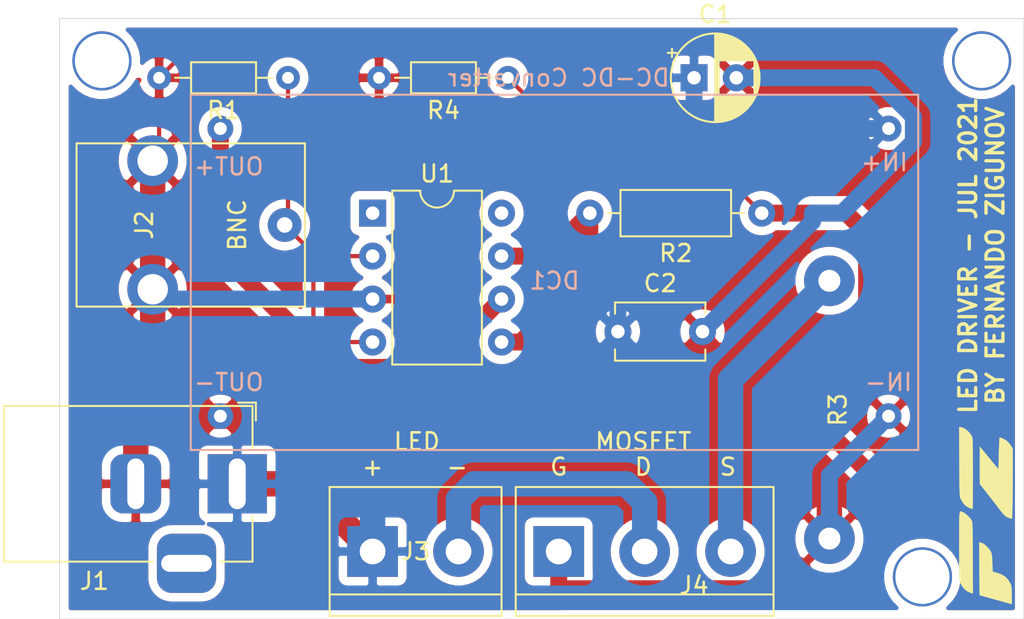
<source format=kicad_pcb>
(kicad_pcb (version 20171130) (host pcbnew "(5.1.5)-3")

  (general
    (thickness 1.6)
    (drawings 12)
    (tracks 88)
    (zones 0)
    (modules 13)
    (nets 9)
  )

  (page A4)
  (layers
    (0 F.Cu signal)
    (31 B.Cu signal)
    (32 B.Adhes user)
    (33 F.Adhes user)
    (34 B.Paste user)
    (35 F.Paste user)
    (36 B.SilkS user)
    (37 F.SilkS user)
    (38 B.Mask user)
    (39 F.Mask user)
    (40 Dwgs.User user)
    (41 Cmts.User user)
    (42 Eco1.User user)
    (43 Eco2.User user)
    (44 Edge.Cuts user)
    (45 Margin user)
    (46 B.CrtYd user)
    (47 F.CrtYd user)
    (48 B.Fab user)
    (49 F.Fab user)
  )

  (setup
    (last_trace_width 1)
    (user_trace_width 1)
    (user_trace_width 1.5)
    (trace_clearance 0.2)
    (zone_clearance 0.508)
    (zone_45_only no)
    (trace_min 0.2)
    (via_size 0.8)
    (via_drill 0.4)
    (via_min_size 0.4)
    (via_min_drill 0.3)
    (user_via 3.5 3.2)
    (uvia_size 0.3)
    (uvia_drill 0.1)
    (uvias_allowed no)
    (uvia_min_size 0.2)
    (uvia_min_drill 0.1)
    (edge_width 0.05)
    (segment_width 0.2)
    (pcb_text_width 0.3)
    (pcb_text_size 1.5 1.5)
    (mod_edge_width 0.12)
    (mod_text_size 1 1)
    (mod_text_width 0.15)
    (pad_size 1.524 1.524)
    (pad_drill 0.762)
    (pad_to_mask_clearance 0.051)
    (solder_mask_min_width 0.25)
    (aux_axis_origin 0 0)
    (visible_elements FFFFFF7F)
    (pcbplotparams
      (layerselection 0x010fc_ffffffff)
      (usegerberextensions true)
      (usegerberattributes false)
      (usegerberadvancedattributes false)
      (creategerberjobfile false)
      (excludeedgelayer true)
      (linewidth 0.100000)
      (plotframeref false)
      (viasonmask false)
      (mode 1)
      (useauxorigin false)
      (hpglpennumber 1)
      (hpglpenspeed 20)
      (hpglpendiameter 15.000000)
      (psnegative false)
      (psa4output false)
      (plotreference true)
      (plotvalue true)
      (plotinvisibletext false)
      (padsonsilk false)
      (subtractmaskfromsilk true)
      (outputformat 1)
      (mirror false)
      (drillshape 0)
      (scaleselection 1)
      (outputdirectory "Gerbers/"))
  )

  (net 0 "")
  (net 1 GND)
  (net 2 +24V)
  (net 3 "Net-(DC1-Pad1)")
  (net 4 "Net-(J2-Pad1)")
  (net 5 "Net-(R2-Pad2)")
  (net 6 "Net-(J4-Pad1)")
  (net 7 "Net-(J3-Pad2)")
  (net 8 "Net-(J4-Pad3)")

  (net_class Default "This is the default net class."
    (clearance 0.2)
    (trace_width 0.25)
    (via_dia 0.8)
    (via_drill 0.4)
    (uvia_dia 0.3)
    (uvia_drill 0.1)
    (add_net +24V)
    (add_net GND)
    (add_net "Net-(DC1-Pad1)")
    (add_net "Net-(J2-Pad1)")
    (add_net "Net-(J3-Pad2)")
    (add_net "Net-(J4-Pad1)")
    (add_net "Net-(J4-Pad3)")
    (add_net "Net-(R2-Pad2)")
  )

  (module LukeCopy:FZ_Logo2 (layer F.Cu) (tedit 0) (tstamp 60E1558B)
    (at 139.5 111 90)
    (fp_text reference G*** (at 0 0 90) (layer F.SilkS) hide
      (effects (font (size 1.524 1.524) (thickness 0.3)))
    )
    (fp_text value LOGO (at 0.75 0 90) (layer F.SilkS) hide
      (effects (font (size 1.524 1.524) (thickness 0.3)))
    )
    (fp_poly (pts (xy 3.533845 -0.059266) (xy 2.863637 0.491067) (xy 3.790944 0.516214) (xy 4.034638 0.523384)
      (xy 4.255562 0.530957) (xy 4.444849 0.538545) (xy 4.593632 0.545755) (xy 4.693043 0.552198)
      (xy 4.734215 0.557482) (xy 4.734681 0.557792) (xy 4.7331 0.596024) (xy 4.710944 0.675546)
      (xy 4.690635 0.73258) (xy 4.584351 0.927037) (xy 4.426377 1.105044) (xy 4.236166 1.246474)
      (xy 4.080934 1.337733) (xy 3.234267 1.339193) (xy 2.986109 1.339231) (xy 2.686552 1.338644)
      (xy 2.351923 1.337501) (xy 1.998553 1.335873) (xy 1.642772 1.333829) (xy 1.300908 1.33144)
      (xy 1.159933 1.330304) (xy 0.879152 1.327162) (xy 0.620953 1.322779) (xy 0.392867 1.317397)
      (xy 0.202425 1.31126) (xy 0.057157 1.304609) (xy -0.035406 1.297688) (xy -0.067733 1.290769)
      (xy -0.052559 1.217826) (xy -0.014434 1.112667) (xy 0.035547 1.001633) (xy 0.086287 0.91106)
      (xy 0.10073 0.890881) (xy 0.158631 0.830928) (xy 0.254047 0.746043) (xy 0.3698 0.651246)
      (xy 0.414721 0.616377) (xy 0.512441 0.541324) (xy 0.652438 0.433235) (xy 0.823583 0.300733)
      (xy 1.014744 0.152441) (xy 1.214793 -0.003021) (xy 1.327124 -0.090441) (xy 1.993847 -0.6096)
      (xy 4.204052 -0.6096) (xy 3.533845 -0.059266)) (layer F.SilkS) (width 0.01))
    (fp_poly (pts (xy -1.476499 -0.550672) (xy -1.517062 -0.435841) (xy -1.590109 -0.322335) (xy -1.707007 -0.193259)
      (xy -1.736526 -0.164208) (xy -1.844328 -0.064953) (xy -1.942535 0.008338) (xy -2.044814 0.060037)
      (xy -2.164827 0.094515) (xy -2.31624 0.116142) (xy -2.512718 0.129291) (xy -2.673227 0.135431)
      (xy -3.195922 0.1524) (xy -3.250834 0.372534) (xy -3.342404 0.645116) (xy -3.471502 0.866556)
      (xy -3.645156 1.046189) (xy -3.86774 1.191944) (xy -3.928979 1.221375) (xy -3.993164 1.24277)
      (xy -4.072914 1.257745) (xy -4.180851 1.267915) (xy -4.329592 1.274895) (xy -4.531759 1.280301)
      (xy -4.563533 1.280992) (xy -4.747871 1.284274) (xy -4.905819 1.285828) (xy -5.026166 1.285644)
      (xy -5.097701 1.283715) (xy -5.11274 1.281381) (xy -5.103711 1.247133) (xy -5.078734 1.155879)
      (xy -5.040087 1.015848) (xy -4.990048 0.835269) (xy -4.930894 0.622371) (xy -4.864903 0.385383)
      (xy -4.847156 0.321734) (xy -4.582699 -0.626533) (xy -3.018752 -0.635339) (xy -1.454806 -0.644144)
      (xy -1.476499 -0.550672)) (layer F.SilkS) (width 0.01))
    (fp_poly (pts (xy -0.564219 -1.828508) (xy -0.309661 -1.827179) (xy -0.103878 -1.8242) (xy 0.057869 -1.819027)
      (xy 0.18032 -1.811113) (xy 0.268213 -1.799912) (xy 0.326288 -1.784879) (xy 0.359283 -1.765468)
      (xy 0.371938 -1.741134) (xy 0.368992 -1.711329) (xy 0.355183 -1.67551) (xy 0.335252 -1.633129)
      (xy 0.32013 -1.599112) (xy 0.249924 -1.479265) (xy 0.139853 -1.345009) (xy 0.00841 -1.216314)
      (xy -0.125912 -1.113154) (xy -0.135466 -1.107078) (xy -0.160532 -1.091971) (xy -0.187219 -1.079045)
      (xy -0.220757 -1.068102) (xy -0.266378 -1.058947) (xy -0.329312 -1.051383) (xy -0.41479 -1.045213)
      (xy -0.528043 -1.04024) (xy -0.674302 -1.036269) (xy -0.858797 -1.033102) (xy -1.086759 -1.030544)
      (xy -1.363419 -1.028396) (xy -1.694008 -1.026463) (xy -2.083757 -1.024549) (xy -2.366178 -1.023244)
      (xy -4.478356 -1.013556) (xy -4.455458 -1.107911) (xy -4.375493 -1.32086) (xy -4.244596 -1.500303)
      (xy -4.057693 -1.651752) (xy -3.853992 -1.761236) (xy -3.821287 -1.774949) (xy -3.784727 -1.786628)
      (xy -3.738904 -1.796438) (xy -3.678412 -1.804544) (xy -3.597842 -1.811111) (xy -3.491789 -1.816304)
      (xy -3.354844 -1.82029) (xy -3.181601 -1.823232) (xy -2.966653 -1.825297) (xy -2.704592 -1.826649)
      (xy -2.390012 -1.827455) (xy -2.017505 -1.827879) (xy -1.667933 -1.828056) (xy -1.238616 -1.8284)
      (xy -0.872291 -1.828733) (xy -0.564219 -1.828508)) (layer F.SilkS) (width 0.01))
    (fp_poly (pts (xy 5.35019 -1.754308) (xy 5.320895 -1.622631) (xy 5.243524 -1.475506) (xy 5.130438 -1.328062)
      (xy 4.994 -1.195426) (xy 4.846571 -1.092728) (xy 4.784755 -1.062335) (xy 4.750238 -1.052472)
      (xy 4.693448 -1.04404) (xy 4.609654 -1.036939) (xy 4.494123 -1.031069) (xy 4.342124 -1.026329)
      (xy 4.148926 -1.02262) (xy 3.909797 -1.019841) (xy 3.620006 -1.017893) (xy 3.274821 -1.016676)
      (xy 2.86951 -1.01609) (xy 2.591888 -1.016) (xy 2.223118 -1.016247) (xy 1.87518 -1.01696)
      (xy 1.553853 -1.018095) (xy 1.26492 -1.019609) (xy 1.014158 -1.021458) (xy 0.80735 -1.0236)
      (xy 0.650274 -1.025989) (xy 0.54871 -1.028584) (xy 0.50844 -1.03134) (xy 0.508 -1.031663)
      (xy 0.518947 -1.069304) (xy 0.547318 -1.150816) (xy 0.578019 -1.234468) (xy 0.681523 -1.421449)
      (xy 0.843263 -1.581487) (xy 1.066095 -1.717305) (xy 1.103365 -1.735019) (xy 1.138712 -1.750928)
      (xy 1.174017 -1.7645) (xy 1.214732 -1.775952) (xy 1.266305 -1.785497) (xy 1.334186 -1.793351)
      (xy 1.423825 -1.799729) (xy 1.540672 -1.804845) (xy 1.690176 -1.808914) (xy 1.877788 -1.812152)
      (xy 2.108958 -1.814772) (xy 2.389134 -1.81699) (xy 2.723767 -1.819022) (xy 3.118306 -1.821081)
      (xy 3.310467 -1.822042) (xy 5.350934 -1.832217) (xy 5.35019 -1.754308)) (layer F.SilkS) (width 0.01))
  )

  (module LukeCopy:CurrentSenseResistor (layer F.Cu) (tedit 60E0EBF6) (tstamp 60E146F7)
    (at 130 104.62 90)
    (path /60E1ACBE)
    (fp_text reference R3 (at 0 0.5 90) (layer F.SilkS)
      (effects (font (size 1 1) (thickness 0.15)))
    )
    (fp_text value CURR_SENSE_20m (at 0 -0.5 90) (layer F.Fab)
      (effects (font (size 1 1) (thickness 0.15)))
    )
    (pad 2 thru_hole circle (at -7.62 0 90) (size 3 3) (drill 1.3) (layers *.Cu *.Mask)
      (net 1 GND))
    (pad 1 thru_hole circle (at 7.62 0 90) (size 3 3) (drill 1.3) (layers *.Cu *.Mask)
      (net 8 "Net-(J4-Pad3)"))
  )

  (module TerminalBlock:TerminalBlock_bornier-3_P5.08mm (layer F.Cu) (tedit 59FF03B9) (tstamp 60E140E9)
    (at 114 113)
    (descr "simple 3-pin terminal block, pitch 5.08mm, revamped version of bornier3")
    (tags "terminal block bornier3")
    (path /60E1978B)
    (fp_text reference J4 (at 8 2) (layer F.SilkS)
      (effects (font (size 1 1) (thickness 0.15)))
    )
    (fp_text value IRF3805 (at 5 -7) (layer F.Fab)
      (effects (font (size 1 1) (thickness 0.15)))
    )
    (fp_line (start 12.88 4) (end -2.72 4) (layer F.CrtYd) (width 0.05))
    (fp_line (start 12.88 4) (end 12.88 -4) (layer F.CrtYd) (width 0.05))
    (fp_line (start -2.72 -4) (end -2.72 4) (layer F.CrtYd) (width 0.05))
    (fp_line (start -2.72 -4) (end 12.88 -4) (layer F.CrtYd) (width 0.05))
    (fp_line (start -2.54 3.81) (end 12.7 3.81) (layer F.SilkS) (width 0.12))
    (fp_line (start -2.54 -3.81) (end 12.7 -3.81) (layer F.SilkS) (width 0.12))
    (fp_line (start -2.54 2.54) (end 12.7 2.54) (layer F.SilkS) (width 0.12))
    (fp_line (start 12.7 3.81) (end 12.7 -3.81) (layer F.SilkS) (width 0.12))
    (fp_line (start -2.54 3.81) (end -2.54 -3.81) (layer F.SilkS) (width 0.12))
    (fp_line (start -2.47 3.75) (end -2.47 -3.75) (layer F.Fab) (width 0.1))
    (fp_line (start 12.63 3.75) (end -2.47 3.75) (layer F.Fab) (width 0.1))
    (fp_line (start 12.63 -3.75) (end 12.63 3.75) (layer F.Fab) (width 0.1))
    (fp_line (start -2.47 -3.75) (end 12.63 -3.75) (layer F.Fab) (width 0.1))
    (fp_line (start -2.47 2.55) (end 12.63 2.55) (layer F.Fab) (width 0.1))
    (fp_text user %R (at 5.08 0) (layer F.Fab)
      (effects (font (size 1 1) (thickness 0.15)))
    )
    (pad 3 thru_hole circle (at 10.16 0) (size 3 3) (drill 1.52) (layers *.Cu *.Mask)
      (net 8 "Net-(J4-Pad3)"))
    (pad 2 thru_hole circle (at 5.08 0) (size 3 3) (drill 1.52) (layers *.Cu *.Mask)
      (net 7 "Net-(J3-Pad2)"))
    (pad 1 thru_hole rect (at 0 0) (size 3 3) (drill 1.52) (layers *.Cu *.Mask)
      (net 6 "Net-(J4-Pad1)"))
    (model ${KISYS3DMOD}/TerminalBlock.3dshapes/TerminalBlock_bornier-3_P5.08mm.wrl
      (offset (xyz 5.079999923706055 0 0))
      (scale (xyz 1 1 1))
      (rotate (xyz 0 0 0))
    )
  )

  (module TerminalBlock:TerminalBlock_bornier-2_P5.08mm (layer F.Cu) (tedit 59FF03AB) (tstamp 60E140D3)
    (at 103 113)
    (descr "simple 2-pin terminal block, pitch 5.08mm, revamped version of bornier2")
    (tags "terminal block bornier2")
    (path /60E1BAEB)
    (fp_text reference J3 (at 2.54 0) (layer F.SilkS)
      (effects (font (size 1 1) (thickness 0.15)))
    )
    (fp_text value LED (at 2.5 -7) (layer F.Fab)
      (effects (font (size 1 1) (thickness 0.15)))
    )
    (fp_line (start 7.79 4) (end -2.71 4) (layer F.CrtYd) (width 0.05))
    (fp_line (start 7.79 4) (end 7.79 -4) (layer F.CrtYd) (width 0.05))
    (fp_line (start -2.71 -4) (end -2.71 4) (layer F.CrtYd) (width 0.05))
    (fp_line (start -2.71 -4) (end 7.79 -4) (layer F.CrtYd) (width 0.05))
    (fp_line (start -2.54 3.81) (end 7.62 3.81) (layer F.SilkS) (width 0.12))
    (fp_line (start -2.54 -3.81) (end -2.54 3.81) (layer F.SilkS) (width 0.12))
    (fp_line (start 7.62 -3.81) (end -2.54 -3.81) (layer F.SilkS) (width 0.12))
    (fp_line (start 7.62 3.81) (end 7.62 -3.81) (layer F.SilkS) (width 0.12))
    (fp_line (start 7.62 2.54) (end -2.54 2.54) (layer F.SilkS) (width 0.12))
    (fp_line (start 7.54 -3.75) (end -2.46 -3.75) (layer F.Fab) (width 0.1))
    (fp_line (start 7.54 3.75) (end 7.54 -3.75) (layer F.Fab) (width 0.1))
    (fp_line (start -2.46 3.75) (end 7.54 3.75) (layer F.Fab) (width 0.1))
    (fp_line (start -2.46 -3.75) (end -2.46 3.75) (layer F.Fab) (width 0.1))
    (fp_line (start -2.41 2.55) (end 7.49 2.55) (layer F.Fab) (width 0.1))
    (fp_text user %R (at 2.54 0) (layer F.Fab)
      (effects (font (size 1 1) (thickness 0.15)))
    )
    (pad 2 thru_hole circle (at 5.08 0) (size 3 3) (drill 1.52) (layers *.Cu *.Mask)
      (net 7 "Net-(J3-Pad2)"))
    (pad 1 thru_hole rect (at 0 0) (size 3 3) (drill 1.52) (layers *.Cu *.Mask)
      (net 2 +24V))
    (model ${KISYS3DMOD}/TerminalBlock.3dshapes/TerminalBlock_bornier-2_P5.08mm.wrl
      (offset (xyz 2.539999961853027 0 0))
      (scale (xyz 1 1 1))
      (rotate (xyz 0 0 0))
    )
  )

  (module Package_DIP:DIP-8_W7.62mm (layer F.Cu) (tedit 5A02E8C5) (tstamp 60E13A9A)
    (at 103 93)
    (descr "8-lead though-hole mounted DIP package, row spacing 7.62 mm (300 mils)")
    (tags "THT DIP DIL PDIP 2.54mm 7.62mm 300mil")
    (path /60E0E997)
    (fp_text reference U1 (at 3.81 -2.33) (layer F.SilkS)
      (effects (font (size 1 1) (thickness 0.15)))
    )
    (fp_text value UCC27424P (at 3.81 9.95) (layer F.Fab)
      (effects (font (size 1 1) (thickness 0.15)))
    )
    (fp_text user %R (at 3.81 3.81) (layer F.Fab)
      (effects (font (size 1 1) (thickness 0.15)))
    )
    (fp_line (start 8.7 -1.55) (end -1.1 -1.55) (layer F.CrtYd) (width 0.05))
    (fp_line (start 8.7 9.15) (end 8.7 -1.55) (layer F.CrtYd) (width 0.05))
    (fp_line (start -1.1 9.15) (end 8.7 9.15) (layer F.CrtYd) (width 0.05))
    (fp_line (start -1.1 -1.55) (end -1.1 9.15) (layer F.CrtYd) (width 0.05))
    (fp_line (start 6.46 -1.33) (end 4.81 -1.33) (layer F.SilkS) (width 0.12))
    (fp_line (start 6.46 8.95) (end 6.46 -1.33) (layer F.SilkS) (width 0.12))
    (fp_line (start 1.16 8.95) (end 6.46 8.95) (layer F.SilkS) (width 0.12))
    (fp_line (start 1.16 -1.33) (end 1.16 8.95) (layer F.SilkS) (width 0.12))
    (fp_line (start 2.81 -1.33) (end 1.16 -1.33) (layer F.SilkS) (width 0.12))
    (fp_line (start 0.635 -0.27) (end 1.635 -1.27) (layer F.Fab) (width 0.1))
    (fp_line (start 0.635 8.89) (end 0.635 -0.27) (layer F.Fab) (width 0.1))
    (fp_line (start 6.985 8.89) (end 0.635 8.89) (layer F.Fab) (width 0.1))
    (fp_line (start 6.985 -1.27) (end 6.985 8.89) (layer F.Fab) (width 0.1))
    (fp_line (start 1.635 -1.27) (end 6.985 -1.27) (layer F.Fab) (width 0.1))
    (fp_arc (start 3.81 -1.33) (end 2.81 -1.33) (angle -180) (layer F.SilkS) (width 0.12))
    (pad 8 thru_hole oval (at 7.62 0) (size 1.6 1.6) (drill 0.8) (layers *.Cu *.Mask))
    (pad 4 thru_hole oval (at 0 7.62) (size 1.6 1.6) (drill 0.8) (layers *.Cu *.Mask)
      (net 4 "Net-(J2-Pad1)"))
    (pad 7 thru_hole oval (at 7.62 2.54) (size 1.6 1.6) (drill 0.8) (layers *.Cu *.Mask)
      (net 5 "Net-(R2-Pad2)"))
    (pad 3 thru_hole oval (at 0 5.08) (size 1.6 1.6) (drill 0.8) (layers *.Cu *.Mask)
      (net 1 GND))
    (pad 6 thru_hole oval (at 7.62 5.08) (size 1.6 1.6) (drill 0.8) (layers *.Cu *.Mask)
      (net 3 "Net-(DC1-Pad1)"))
    (pad 2 thru_hole oval (at 0 2.54) (size 1.6 1.6) (drill 0.8) (layers *.Cu *.Mask)
      (net 4 "Net-(J2-Pad1)"))
    (pad 5 thru_hole oval (at 7.62 7.62) (size 1.6 1.6) (drill 0.8) (layers *.Cu *.Mask)
      (net 5 "Net-(R2-Pad2)"))
    (pad 1 thru_hole rect (at 0 0) (size 1.6 1.6) (drill 0.8) (layers *.Cu *.Mask))
    (model ${KISYS3DMOD}/Package_DIP.3dshapes/DIP-8_W7.62mm.wrl
      (at (xyz 0 0 0))
      (scale (xyz 1 1 1))
      (rotate (xyz 0 0 0))
    )
  )

  (module Resistor_THT:R_Axial_DIN0204_L3.6mm_D1.6mm_P7.62mm_Horizontal (layer F.Cu) (tedit 5AE5139B) (tstamp 60E13A7E)
    (at 111 85 180)
    (descr "Resistor, Axial_DIN0204 series, Axial, Horizontal, pin pitch=7.62mm, 0.167W, length*diameter=3.6*1.6mm^2, http://cdn-reichelt.de/documents/datenblatt/B400/1_4W%23YAG.pdf")
    (tags "Resistor Axial_DIN0204 series Axial Horizontal pin pitch 7.62mm 0.167W length 3.6mm diameter 1.6mm")
    (path /60E34F31)
    (fp_text reference R4 (at 3.81 -1.92) (layer F.SilkS)
      (effects (font (size 1 1) (thickness 0.15)))
    )
    (fp_text value 22k (at 3.81 1.92) (layer F.Fab)
      (effects (font (size 1 1) (thickness 0.15)))
    )
    (fp_text user %R (at 3.81 0) (layer F.Fab)
      (effects (font (size 0.72 0.72) (thickness 0.108)))
    )
    (fp_line (start 8.57 -1.05) (end -0.95 -1.05) (layer F.CrtYd) (width 0.05))
    (fp_line (start 8.57 1.05) (end 8.57 -1.05) (layer F.CrtYd) (width 0.05))
    (fp_line (start -0.95 1.05) (end 8.57 1.05) (layer F.CrtYd) (width 0.05))
    (fp_line (start -0.95 -1.05) (end -0.95 1.05) (layer F.CrtYd) (width 0.05))
    (fp_line (start 6.68 0) (end 5.73 0) (layer F.SilkS) (width 0.12))
    (fp_line (start 0.94 0) (end 1.89 0) (layer F.SilkS) (width 0.12))
    (fp_line (start 5.73 -0.92) (end 1.89 -0.92) (layer F.SilkS) (width 0.12))
    (fp_line (start 5.73 0.92) (end 5.73 -0.92) (layer F.SilkS) (width 0.12))
    (fp_line (start 1.89 0.92) (end 5.73 0.92) (layer F.SilkS) (width 0.12))
    (fp_line (start 1.89 -0.92) (end 1.89 0.92) (layer F.SilkS) (width 0.12))
    (fp_line (start 7.62 0) (end 5.61 0) (layer F.Fab) (width 0.1))
    (fp_line (start 0 0) (end 2.01 0) (layer F.Fab) (width 0.1))
    (fp_line (start 5.61 -0.8) (end 2.01 -0.8) (layer F.Fab) (width 0.1))
    (fp_line (start 5.61 0.8) (end 5.61 -0.8) (layer F.Fab) (width 0.1))
    (fp_line (start 2.01 0.8) (end 5.61 0.8) (layer F.Fab) (width 0.1))
    (fp_line (start 2.01 -0.8) (end 2.01 0.8) (layer F.Fab) (width 0.1))
    (pad 2 thru_hole oval (at 7.62 0 180) (size 1.4 1.4) (drill 0.7) (layers *.Cu *.Mask)
      (net 1 GND))
    (pad 1 thru_hole circle (at 0 0 180) (size 1.4 1.4) (drill 0.7) (layers *.Cu *.Mask)
      (net 6 "Net-(J4-Pad1)"))
    (model ${KISYS3DMOD}/Resistor_THT.3dshapes/R_Axial_DIN0204_L3.6mm_D1.6mm_P7.62mm_Horizontal.wrl
      (at (xyz 0 0 0))
      (scale (xyz 1 1 1))
      (rotate (xyz 0 0 0))
    )
  )

  (module Resistor_THT:R_Axial_DIN0207_L6.3mm_D2.5mm_P10.16mm_Horizontal (layer F.Cu) (tedit 5AE5139B) (tstamp 60E13A67)
    (at 126 93 180)
    (descr "Resistor, Axial_DIN0207 series, Axial, Horizontal, pin pitch=10.16mm, 0.25W = 1/4W, length*diameter=6.3*2.5mm^2, http://cdn-reichelt.de/documents/datenblatt/B400/1_4W%23YAG.pdf")
    (tags "Resistor Axial_DIN0207 series Axial Horizontal pin pitch 10.16mm 0.25W = 1/4W length 6.3mm diameter 2.5mm")
    (path /60E28EE4)
    (fp_text reference R2 (at 5.08 -2.37) (layer F.SilkS)
      (effects (font (size 1 1) (thickness 0.15)))
    )
    (fp_text value 1.5 (at 5.08 2.37) (layer F.Fab)
      (effects (font (size 1 1) (thickness 0.15)))
    )
    (fp_text user %R (at 5.08 0) (layer F.Fab)
      (effects (font (size 1 1) (thickness 0.15)))
    )
    (fp_line (start 11.21 -1.5) (end -1.05 -1.5) (layer F.CrtYd) (width 0.05))
    (fp_line (start 11.21 1.5) (end 11.21 -1.5) (layer F.CrtYd) (width 0.05))
    (fp_line (start -1.05 1.5) (end 11.21 1.5) (layer F.CrtYd) (width 0.05))
    (fp_line (start -1.05 -1.5) (end -1.05 1.5) (layer F.CrtYd) (width 0.05))
    (fp_line (start 9.12 0) (end 8.35 0) (layer F.SilkS) (width 0.12))
    (fp_line (start 1.04 0) (end 1.81 0) (layer F.SilkS) (width 0.12))
    (fp_line (start 8.35 -1.37) (end 1.81 -1.37) (layer F.SilkS) (width 0.12))
    (fp_line (start 8.35 1.37) (end 8.35 -1.37) (layer F.SilkS) (width 0.12))
    (fp_line (start 1.81 1.37) (end 8.35 1.37) (layer F.SilkS) (width 0.12))
    (fp_line (start 1.81 -1.37) (end 1.81 1.37) (layer F.SilkS) (width 0.12))
    (fp_line (start 10.16 0) (end 8.23 0) (layer F.Fab) (width 0.1))
    (fp_line (start 0 0) (end 1.93 0) (layer F.Fab) (width 0.1))
    (fp_line (start 8.23 -1.25) (end 1.93 -1.25) (layer F.Fab) (width 0.1))
    (fp_line (start 8.23 1.25) (end 8.23 -1.25) (layer F.Fab) (width 0.1))
    (fp_line (start 1.93 1.25) (end 8.23 1.25) (layer F.Fab) (width 0.1))
    (fp_line (start 1.93 -1.25) (end 1.93 1.25) (layer F.Fab) (width 0.1))
    (pad 2 thru_hole oval (at 10.16 0 180) (size 1.6 1.6) (drill 0.8) (layers *.Cu *.Mask)
      (net 5 "Net-(R2-Pad2)"))
    (pad 1 thru_hole circle (at 0 0 180) (size 1.6 1.6) (drill 0.8) (layers *.Cu *.Mask)
      (net 6 "Net-(J4-Pad1)"))
    (model ${KISYS3DMOD}/Resistor_THT.3dshapes/R_Axial_DIN0207_L6.3mm_D2.5mm_P10.16mm_Horizontal.wrl
      (at (xyz 0 0 0))
      (scale (xyz 1 1 1))
      (rotate (xyz 0 0 0))
    )
  )

  (module Resistor_THT:R_Axial_DIN0204_L3.6mm_D1.6mm_P7.62mm_Horizontal (layer F.Cu) (tedit 5AE5139B) (tstamp 60E13A50)
    (at 98 85 180)
    (descr "Resistor, Axial_DIN0204 series, Axial, Horizontal, pin pitch=7.62mm, 0.167W, length*diameter=3.6*1.6mm^2, http://cdn-reichelt.de/documents/datenblatt/B400/1_4W%23YAG.pdf")
    (tags "Resistor Axial_DIN0204 series Axial Horizontal pin pitch 7.62mm 0.167W length 3.6mm diameter 1.6mm")
    (path /60E20848)
    (fp_text reference R1 (at 3.81 -1.92) (layer F.SilkS)
      (effects (font (size 1 1) (thickness 0.15)))
    )
    (fp_text value 22k (at 3.81 1.92) (layer F.Fab)
      (effects (font (size 1 1) (thickness 0.15)))
    )
    (fp_text user %R (at 3.81 0) (layer F.Fab)
      (effects (font (size 0.72 0.72) (thickness 0.108)))
    )
    (fp_line (start 8.57 -1.05) (end -0.95 -1.05) (layer F.CrtYd) (width 0.05))
    (fp_line (start 8.57 1.05) (end 8.57 -1.05) (layer F.CrtYd) (width 0.05))
    (fp_line (start -0.95 1.05) (end 8.57 1.05) (layer F.CrtYd) (width 0.05))
    (fp_line (start -0.95 -1.05) (end -0.95 1.05) (layer F.CrtYd) (width 0.05))
    (fp_line (start 6.68 0) (end 5.73 0) (layer F.SilkS) (width 0.12))
    (fp_line (start 0.94 0) (end 1.89 0) (layer F.SilkS) (width 0.12))
    (fp_line (start 5.73 -0.92) (end 1.89 -0.92) (layer F.SilkS) (width 0.12))
    (fp_line (start 5.73 0.92) (end 5.73 -0.92) (layer F.SilkS) (width 0.12))
    (fp_line (start 1.89 0.92) (end 5.73 0.92) (layer F.SilkS) (width 0.12))
    (fp_line (start 1.89 -0.92) (end 1.89 0.92) (layer F.SilkS) (width 0.12))
    (fp_line (start 7.62 0) (end 5.61 0) (layer F.Fab) (width 0.1))
    (fp_line (start 0 0) (end 2.01 0) (layer F.Fab) (width 0.1))
    (fp_line (start 5.61 -0.8) (end 2.01 -0.8) (layer F.Fab) (width 0.1))
    (fp_line (start 5.61 0.8) (end 5.61 -0.8) (layer F.Fab) (width 0.1))
    (fp_line (start 2.01 0.8) (end 5.61 0.8) (layer F.Fab) (width 0.1))
    (fp_line (start 2.01 -0.8) (end 2.01 0.8) (layer F.Fab) (width 0.1))
    (pad 2 thru_hole oval (at 7.62 0 180) (size 1.4 1.4) (drill 0.7) (layers *.Cu *.Mask)
      (net 1 GND))
    (pad 1 thru_hole circle (at 0 0 180) (size 1.4 1.4) (drill 0.7) (layers *.Cu *.Mask)
      (net 4 "Net-(J2-Pad1)"))
    (model ${KISYS3DMOD}/Resistor_THT.3dshapes/R_Axial_DIN0204_L3.6mm_D1.6mm_P7.62mm_Horizontal.wrl
      (at (xyz 0 0 0))
      (scale (xyz 1 1 1))
      (rotate (xyz 0 0 0))
    )
  )

  (module LukeCopy:BNC_Connector (layer F.Cu) (tedit 60E0E97A) (tstamp 60E13A39)
    (at 90 93.7 270)
    (path /60E1866C)
    (fp_text reference J2 (at 0 0.5 90) (layer F.SilkS)
      (effects (font (size 1 1) (thickness 0.15)))
    )
    (fp_text value BNC (at 0 -0.5 90) (layer F.Fab)
      (effects (font (size 1 1) (thickness 0.15)))
    )
    (fp_text user BNC (at 0 -5 90) (layer F.SilkS)
      (effects (font (size 1 1) (thickness 0.15)))
    )
    (fp_line (start -4.825 -9) (end -4.825 4.5) (layer F.SilkS) (width 0.12))
    (fp_line (start 4.825 -9) (end -4.825 -9) (layer F.SilkS) (width 0.12))
    (fp_line (start 4.825 4.5) (end 4.825 -9) (layer F.SilkS) (width 0.12))
    (fp_line (start -4.825 4.5) (end 4.825 4.5) (layer F.SilkS) (width 0.12))
    (pad 1 thru_hole circle (at 0 -7.8 270) (size 2 2) (drill 0.92) (layers *.Cu *.Mask)
      (net 4 "Net-(J2-Pad1)"))
    (pad 2 thru_hole circle (at -3.8 0 270) (size 3 3) (drill 1.8) (layers *.Cu *.Mask)
      (net 1 GND))
    (pad 2 thru_hole circle (at 3.8 0 270) (size 3 3) (drill 1.8) (layers *.Cu *.Mask)
      (net 1 GND))
  )

  (module Connector_BarrelJack:BarrelJack_Horizontal (layer F.Cu) (tedit 5A1DBF6A) (tstamp 60E13A2D)
    (at 95 109)
    (descr "DC Barrel Jack")
    (tags "Power Jack")
    (path /60E2AE41)
    (fp_text reference J1 (at -8.45 5.75) (layer F.SilkS)
      (effects (font (size 1 1) (thickness 0.15)))
    )
    (fp_text value Barrel_Jack (at -6.2 -5.5) (layer F.Fab)
      (effects (font (size 1 1) (thickness 0.15)))
    )
    (fp_line (start 0 -4.5) (end -13.7 -4.5) (layer F.Fab) (width 0.1))
    (fp_line (start 0.8 4.5) (end 0.8 -3.75) (layer F.Fab) (width 0.1))
    (fp_line (start -13.7 4.5) (end 0.8 4.5) (layer F.Fab) (width 0.1))
    (fp_line (start -13.7 -4.5) (end -13.7 4.5) (layer F.Fab) (width 0.1))
    (fp_line (start -10.2 -4.5) (end -10.2 4.5) (layer F.Fab) (width 0.1))
    (fp_line (start 0.9 -4.6) (end 0.9 -2) (layer F.SilkS) (width 0.12))
    (fp_line (start -13.8 -4.6) (end 0.9 -4.6) (layer F.SilkS) (width 0.12))
    (fp_line (start 0.9 4.6) (end -1 4.6) (layer F.SilkS) (width 0.12))
    (fp_line (start 0.9 1.9) (end 0.9 4.6) (layer F.SilkS) (width 0.12))
    (fp_line (start -13.8 4.6) (end -13.8 -4.6) (layer F.SilkS) (width 0.12))
    (fp_line (start -5 4.6) (end -13.8 4.6) (layer F.SilkS) (width 0.12))
    (fp_line (start -14 4.75) (end -14 -4.75) (layer F.CrtYd) (width 0.05))
    (fp_line (start -5 4.75) (end -14 4.75) (layer F.CrtYd) (width 0.05))
    (fp_line (start -5 6.75) (end -5 4.75) (layer F.CrtYd) (width 0.05))
    (fp_line (start -1 6.75) (end -5 6.75) (layer F.CrtYd) (width 0.05))
    (fp_line (start -1 4.75) (end -1 6.75) (layer F.CrtYd) (width 0.05))
    (fp_line (start 1 4.75) (end -1 4.75) (layer F.CrtYd) (width 0.05))
    (fp_line (start 1 2) (end 1 4.75) (layer F.CrtYd) (width 0.05))
    (fp_line (start 2 2) (end 1 2) (layer F.CrtYd) (width 0.05))
    (fp_line (start 2 -2) (end 2 2) (layer F.CrtYd) (width 0.05))
    (fp_line (start 1 -2) (end 2 -2) (layer F.CrtYd) (width 0.05))
    (fp_line (start 1 -4.5) (end 1 -2) (layer F.CrtYd) (width 0.05))
    (fp_line (start 1 -4.75) (end -14 -4.75) (layer F.CrtYd) (width 0.05))
    (fp_line (start 1 -4.5) (end 1 -4.75) (layer F.CrtYd) (width 0.05))
    (fp_line (start 0.05 -4.8) (end 1.1 -4.8) (layer F.SilkS) (width 0.12))
    (fp_line (start 1.1 -3.75) (end 1.1 -4.8) (layer F.SilkS) (width 0.12))
    (fp_line (start -0.003213 -4.505425) (end 0.8 -3.75) (layer F.Fab) (width 0.1))
    (fp_text user %R (at -3 -2.95) (layer F.Fab)
      (effects (font (size 1 1) (thickness 0.15)))
    )
    (pad 3 thru_hole roundrect (at -3 4.7) (size 3.5 3.5) (drill oval 3 1) (layers *.Cu *.Mask) (roundrect_rratio 0.25))
    (pad 2 thru_hole roundrect (at -6 0) (size 3 3.5) (drill oval 1 3) (layers *.Cu *.Mask) (roundrect_rratio 0.25)
      (net 1 GND))
    (pad 1 thru_hole rect (at 0 0) (size 3.5 3.5) (drill oval 1 3) (layers *.Cu *.Mask)
      (net 2 +24V))
    (model ${KISYS3DMOD}/Connector_BarrelJack.3dshapes/BarrelJack_Horizontal.wrl
      (at (xyz 0 0 0))
      (scale (xyz 1 1 1))
      (rotate (xyz 0 0 0))
    )
  )

  (module LukeCopy:DCDC_Converter (layer B.Cu) (tedit 60E0D9E6) (tstamp 60E13A0A)
    (at 113.75 96.5 180)
    (path /60E0DD31)
    (fp_text reference DC1 (at 0 -0.5) (layer B.SilkS)
      (effects (font (size 1 1) (thickness 0.15)) (justify mirror))
    )
    (fp_text value DC_DC_Converter (at 0.5 9) (layer B.Fab)
      (effects (font (size 1 1) (thickness 0.15)) (justify mirror))
    )
    (fp_text user OUT- (at 19.25 -6.5) (layer B.SilkS)
      (effects (font (size 1 1) (thickness 0.15)) (justify mirror))
    )
    (fp_text user OUT+ (at 19.25 6.25) (layer B.SilkS)
      (effects (font (size 1 1) (thickness 0.15)) (justify mirror))
    )
    (fp_text user IN- (at -19.75 -6.5) (layer B.SilkS)
      (effects (font (size 1 1) (thickness 0.15)) (justify mirror))
    )
    (fp_text user IN+ (at -19.5 6.5) (layer B.SilkS)
      (effects (font (size 1 1) (thickness 0.15)) (justify mirror))
    )
    (fp_text user "DC-DC Converter" (at -0.25 11.5) (layer B.SilkS)
      (effects (font (size 1 1) (thickness 0.15)) (justify mirror))
    )
    (fp_line (start 21.5 10.5) (end -21.5 10.5) (layer B.SilkS) (width 0.12))
    (fp_line (start 21.5 -10.5) (end 21.5 10.5) (layer B.SilkS) (width 0.12))
    (fp_line (start -21.5 -10.5) (end 21.5 -10.5) (layer B.SilkS) (width 0.12))
    (fp_line (start -21.5 10.5) (end -21.5 -10.5) (layer B.SilkS) (width 0.12))
    (pad 4 thru_hole circle (at -19.75 8.5 180) (size 1.524 1.524) (drill 0.762) (layers *.Cu *.Mask)
      (net 2 +24V))
    (pad 3 thru_hole circle (at -19.75 -8.5 180) (size 1.524 1.524) (drill 0.762) (layers *.Cu *.Mask)
      (net 1 GND))
    (pad 2 thru_hole circle (at 19.75 -8.5 180) (size 1.524 1.524) (drill 0.762) (layers *.Cu *.Mask)
      (net 1 GND))
    (pad 1 thru_hole circle (at 19.75 8.5 180) (size 1.524 1.524) (drill 0.762) (layers *.Cu *.Mask)
      (net 3 "Net-(DC1-Pad1)"))
  )

  (module Capacitor_THT:C_Disc_D5.1mm_W3.2mm_P5.00mm (layer F.Cu) (tedit 5AE50EF0) (tstamp 60E139F9)
    (at 117.5 100)
    (descr "C, Disc series, Radial, pin pitch=5.00mm, , diameter*width=5.1*3.2mm^2, Capacitor, http://www.vishay.com/docs/45233/krseries.pdf")
    (tags "C Disc series Radial pin pitch 5.00mm  diameter 5.1mm width 3.2mm Capacitor")
    (path /60E2EA3E)
    (fp_text reference C2 (at 2.5 -2.85) (layer F.SilkS)
      (effects (font (size 1 1) (thickness 0.15)))
    )
    (fp_text value 1u (at 2.5 2.85) (layer F.Fab)
      (effects (font (size 1 1) (thickness 0.15)))
    )
    (fp_text user %R (at 2.5 0) (layer F.Fab)
      (effects (font (size 1 1) (thickness 0.15)))
    )
    (fp_line (start 6.05 -1.85) (end -1.05 -1.85) (layer F.CrtYd) (width 0.05))
    (fp_line (start 6.05 1.85) (end 6.05 -1.85) (layer F.CrtYd) (width 0.05))
    (fp_line (start -1.05 1.85) (end 6.05 1.85) (layer F.CrtYd) (width 0.05))
    (fp_line (start -1.05 -1.85) (end -1.05 1.85) (layer F.CrtYd) (width 0.05))
    (fp_line (start 5.17 1.055) (end 5.17 1.721) (layer F.SilkS) (width 0.12))
    (fp_line (start 5.17 -1.721) (end 5.17 -1.055) (layer F.SilkS) (width 0.12))
    (fp_line (start -0.17 1.055) (end -0.17 1.721) (layer F.SilkS) (width 0.12))
    (fp_line (start -0.17 -1.721) (end -0.17 -1.055) (layer F.SilkS) (width 0.12))
    (fp_line (start -0.17 1.721) (end 5.17 1.721) (layer F.SilkS) (width 0.12))
    (fp_line (start -0.17 -1.721) (end 5.17 -1.721) (layer F.SilkS) (width 0.12))
    (fp_line (start 5.05 -1.6) (end -0.05 -1.6) (layer F.Fab) (width 0.1))
    (fp_line (start 5.05 1.6) (end 5.05 -1.6) (layer F.Fab) (width 0.1))
    (fp_line (start -0.05 1.6) (end 5.05 1.6) (layer F.Fab) (width 0.1))
    (fp_line (start -0.05 -1.6) (end -0.05 1.6) (layer F.Fab) (width 0.1))
    (pad 2 thru_hole circle (at 5 0) (size 1.6 1.6) (drill 0.8) (layers *.Cu *.Mask)
      (net 1 GND))
    (pad 1 thru_hole circle (at 0 0) (size 1.6 1.6) (drill 0.8) (layers *.Cu *.Mask)
      (net 2 +24V))
    (model ${KISYS3DMOD}/Capacitor_THT.3dshapes/C_Disc_D5.1mm_W3.2mm_P5.00mm.wrl
      (at (xyz 0 0 0))
      (scale (xyz 1 1 1))
      (rotate (xyz 0 0 0))
    )
  )

  (module Capacitor_THT:CP_Radial_D5.0mm_P2.50mm (layer F.Cu) (tedit 5AE50EF0) (tstamp 60E139E4)
    (at 122 85)
    (descr "CP, Radial series, Radial, pin pitch=2.50mm, , diameter=5mm, Electrolytic Capacitor")
    (tags "CP Radial series Radial pin pitch 2.50mm  diameter 5mm Electrolytic Capacitor")
    (path /60E31C34)
    (fp_text reference C1 (at 1.25 -3.75) (layer F.SilkS)
      (effects (font (size 1 1) (thickness 0.15)))
    )
    (fp_text value 330u (at -4 0) (layer F.Fab)
      (effects (font (size 1 1) (thickness 0.15)))
    )
    (fp_text user %R (at 1.25 0) (layer F.Fab)
      (effects (font (size 1 1) (thickness 0.15)))
    )
    (fp_line (start -1.304775 -1.725) (end -1.304775 -1.225) (layer F.SilkS) (width 0.12))
    (fp_line (start -1.554775 -1.475) (end -1.054775 -1.475) (layer F.SilkS) (width 0.12))
    (fp_line (start 3.851 -0.284) (end 3.851 0.284) (layer F.SilkS) (width 0.12))
    (fp_line (start 3.811 -0.518) (end 3.811 0.518) (layer F.SilkS) (width 0.12))
    (fp_line (start 3.771 -0.677) (end 3.771 0.677) (layer F.SilkS) (width 0.12))
    (fp_line (start 3.731 -0.805) (end 3.731 0.805) (layer F.SilkS) (width 0.12))
    (fp_line (start 3.691 -0.915) (end 3.691 0.915) (layer F.SilkS) (width 0.12))
    (fp_line (start 3.651 -1.011) (end 3.651 1.011) (layer F.SilkS) (width 0.12))
    (fp_line (start 3.611 -1.098) (end 3.611 1.098) (layer F.SilkS) (width 0.12))
    (fp_line (start 3.571 -1.178) (end 3.571 1.178) (layer F.SilkS) (width 0.12))
    (fp_line (start 3.531 1.04) (end 3.531 1.251) (layer F.SilkS) (width 0.12))
    (fp_line (start 3.531 -1.251) (end 3.531 -1.04) (layer F.SilkS) (width 0.12))
    (fp_line (start 3.491 1.04) (end 3.491 1.319) (layer F.SilkS) (width 0.12))
    (fp_line (start 3.491 -1.319) (end 3.491 -1.04) (layer F.SilkS) (width 0.12))
    (fp_line (start 3.451 1.04) (end 3.451 1.383) (layer F.SilkS) (width 0.12))
    (fp_line (start 3.451 -1.383) (end 3.451 -1.04) (layer F.SilkS) (width 0.12))
    (fp_line (start 3.411 1.04) (end 3.411 1.443) (layer F.SilkS) (width 0.12))
    (fp_line (start 3.411 -1.443) (end 3.411 -1.04) (layer F.SilkS) (width 0.12))
    (fp_line (start 3.371 1.04) (end 3.371 1.5) (layer F.SilkS) (width 0.12))
    (fp_line (start 3.371 -1.5) (end 3.371 -1.04) (layer F.SilkS) (width 0.12))
    (fp_line (start 3.331 1.04) (end 3.331 1.554) (layer F.SilkS) (width 0.12))
    (fp_line (start 3.331 -1.554) (end 3.331 -1.04) (layer F.SilkS) (width 0.12))
    (fp_line (start 3.291 1.04) (end 3.291 1.605) (layer F.SilkS) (width 0.12))
    (fp_line (start 3.291 -1.605) (end 3.291 -1.04) (layer F.SilkS) (width 0.12))
    (fp_line (start 3.251 1.04) (end 3.251 1.653) (layer F.SilkS) (width 0.12))
    (fp_line (start 3.251 -1.653) (end 3.251 -1.04) (layer F.SilkS) (width 0.12))
    (fp_line (start 3.211 1.04) (end 3.211 1.699) (layer F.SilkS) (width 0.12))
    (fp_line (start 3.211 -1.699) (end 3.211 -1.04) (layer F.SilkS) (width 0.12))
    (fp_line (start 3.171 1.04) (end 3.171 1.743) (layer F.SilkS) (width 0.12))
    (fp_line (start 3.171 -1.743) (end 3.171 -1.04) (layer F.SilkS) (width 0.12))
    (fp_line (start 3.131 1.04) (end 3.131 1.785) (layer F.SilkS) (width 0.12))
    (fp_line (start 3.131 -1.785) (end 3.131 -1.04) (layer F.SilkS) (width 0.12))
    (fp_line (start 3.091 1.04) (end 3.091 1.826) (layer F.SilkS) (width 0.12))
    (fp_line (start 3.091 -1.826) (end 3.091 -1.04) (layer F.SilkS) (width 0.12))
    (fp_line (start 3.051 1.04) (end 3.051 1.864) (layer F.SilkS) (width 0.12))
    (fp_line (start 3.051 -1.864) (end 3.051 -1.04) (layer F.SilkS) (width 0.12))
    (fp_line (start 3.011 1.04) (end 3.011 1.901) (layer F.SilkS) (width 0.12))
    (fp_line (start 3.011 -1.901) (end 3.011 -1.04) (layer F.SilkS) (width 0.12))
    (fp_line (start 2.971 1.04) (end 2.971 1.937) (layer F.SilkS) (width 0.12))
    (fp_line (start 2.971 -1.937) (end 2.971 -1.04) (layer F.SilkS) (width 0.12))
    (fp_line (start 2.931 1.04) (end 2.931 1.971) (layer F.SilkS) (width 0.12))
    (fp_line (start 2.931 -1.971) (end 2.931 -1.04) (layer F.SilkS) (width 0.12))
    (fp_line (start 2.891 1.04) (end 2.891 2.004) (layer F.SilkS) (width 0.12))
    (fp_line (start 2.891 -2.004) (end 2.891 -1.04) (layer F.SilkS) (width 0.12))
    (fp_line (start 2.851 1.04) (end 2.851 2.035) (layer F.SilkS) (width 0.12))
    (fp_line (start 2.851 -2.035) (end 2.851 -1.04) (layer F.SilkS) (width 0.12))
    (fp_line (start 2.811 1.04) (end 2.811 2.065) (layer F.SilkS) (width 0.12))
    (fp_line (start 2.811 -2.065) (end 2.811 -1.04) (layer F.SilkS) (width 0.12))
    (fp_line (start 2.771 1.04) (end 2.771 2.095) (layer F.SilkS) (width 0.12))
    (fp_line (start 2.771 -2.095) (end 2.771 -1.04) (layer F.SilkS) (width 0.12))
    (fp_line (start 2.731 1.04) (end 2.731 2.122) (layer F.SilkS) (width 0.12))
    (fp_line (start 2.731 -2.122) (end 2.731 -1.04) (layer F.SilkS) (width 0.12))
    (fp_line (start 2.691 1.04) (end 2.691 2.149) (layer F.SilkS) (width 0.12))
    (fp_line (start 2.691 -2.149) (end 2.691 -1.04) (layer F.SilkS) (width 0.12))
    (fp_line (start 2.651 1.04) (end 2.651 2.175) (layer F.SilkS) (width 0.12))
    (fp_line (start 2.651 -2.175) (end 2.651 -1.04) (layer F.SilkS) (width 0.12))
    (fp_line (start 2.611 1.04) (end 2.611 2.2) (layer F.SilkS) (width 0.12))
    (fp_line (start 2.611 -2.2) (end 2.611 -1.04) (layer F.SilkS) (width 0.12))
    (fp_line (start 2.571 1.04) (end 2.571 2.224) (layer F.SilkS) (width 0.12))
    (fp_line (start 2.571 -2.224) (end 2.571 -1.04) (layer F.SilkS) (width 0.12))
    (fp_line (start 2.531 1.04) (end 2.531 2.247) (layer F.SilkS) (width 0.12))
    (fp_line (start 2.531 -2.247) (end 2.531 -1.04) (layer F.SilkS) (width 0.12))
    (fp_line (start 2.491 1.04) (end 2.491 2.268) (layer F.SilkS) (width 0.12))
    (fp_line (start 2.491 -2.268) (end 2.491 -1.04) (layer F.SilkS) (width 0.12))
    (fp_line (start 2.451 1.04) (end 2.451 2.29) (layer F.SilkS) (width 0.12))
    (fp_line (start 2.451 -2.29) (end 2.451 -1.04) (layer F.SilkS) (width 0.12))
    (fp_line (start 2.411 1.04) (end 2.411 2.31) (layer F.SilkS) (width 0.12))
    (fp_line (start 2.411 -2.31) (end 2.411 -1.04) (layer F.SilkS) (width 0.12))
    (fp_line (start 2.371 1.04) (end 2.371 2.329) (layer F.SilkS) (width 0.12))
    (fp_line (start 2.371 -2.329) (end 2.371 -1.04) (layer F.SilkS) (width 0.12))
    (fp_line (start 2.331 1.04) (end 2.331 2.348) (layer F.SilkS) (width 0.12))
    (fp_line (start 2.331 -2.348) (end 2.331 -1.04) (layer F.SilkS) (width 0.12))
    (fp_line (start 2.291 1.04) (end 2.291 2.365) (layer F.SilkS) (width 0.12))
    (fp_line (start 2.291 -2.365) (end 2.291 -1.04) (layer F.SilkS) (width 0.12))
    (fp_line (start 2.251 1.04) (end 2.251 2.382) (layer F.SilkS) (width 0.12))
    (fp_line (start 2.251 -2.382) (end 2.251 -1.04) (layer F.SilkS) (width 0.12))
    (fp_line (start 2.211 1.04) (end 2.211 2.398) (layer F.SilkS) (width 0.12))
    (fp_line (start 2.211 -2.398) (end 2.211 -1.04) (layer F.SilkS) (width 0.12))
    (fp_line (start 2.171 1.04) (end 2.171 2.414) (layer F.SilkS) (width 0.12))
    (fp_line (start 2.171 -2.414) (end 2.171 -1.04) (layer F.SilkS) (width 0.12))
    (fp_line (start 2.131 1.04) (end 2.131 2.428) (layer F.SilkS) (width 0.12))
    (fp_line (start 2.131 -2.428) (end 2.131 -1.04) (layer F.SilkS) (width 0.12))
    (fp_line (start 2.091 1.04) (end 2.091 2.442) (layer F.SilkS) (width 0.12))
    (fp_line (start 2.091 -2.442) (end 2.091 -1.04) (layer F.SilkS) (width 0.12))
    (fp_line (start 2.051 1.04) (end 2.051 2.455) (layer F.SilkS) (width 0.12))
    (fp_line (start 2.051 -2.455) (end 2.051 -1.04) (layer F.SilkS) (width 0.12))
    (fp_line (start 2.011 1.04) (end 2.011 2.468) (layer F.SilkS) (width 0.12))
    (fp_line (start 2.011 -2.468) (end 2.011 -1.04) (layer F.SilkS) (width 0.12))
    (fp_line (start 1.971 1.04) (end 1.971 2.48) (layer F.SilkS) (width 0.12))
    (fp_line (start 1.971 -2.48) (end 1.971 -1.04) (layer F.SilkS) (width 0.12))
    (fp_line (start 1.93 1.04) (end 1.93 2.491) (layer F.SilkS) (width 0.12))
    (fp_line (start 1.93 -2.491) (end 1.93 -1.04) (layer F.SilkS) (width 0.12))
    (fp_line (start 1.89 1.04) (end 1.89 2.501) (layer F.SilkS) (width 0.12))
    (fp_line (start 1.89 -2.501) (end 1.89 -1.04) (layer F.SilkS) (width 0.12))
    (fp_line (start 1.85 1.04) (end 1.85 2.511) (layer F.SilkS) (width 0.12))
    (fp_line (start 1.85 -2.511) (end 1.85 -1.04) (layer F.SilkS) (width 0.12))
    (fp_line (start 1.81 1.04) (end 1.81 2.52) (layer F.SilkS) (width 0.12))
    (fp_line (start 1.81 -2.52) (end 1.81 -1.04) (layer F.SilkS) (width 0.12))
    (fp_line (start 1.77 1.04) (end 1.77 2.528) (layer F.SilkS) (width 0.12))
    (fp_line (start 1.77 -2.528) (end 1.77 -1.04) (layer F.SilkS) (width 0.12))
    (fp_line (start 1.73 1.04) (end 1.73 2.536) (layer F.SilkS) (width 0.12))
    (fp_line (start 1.73 -2.536) (end 1.73 -1.04) (layer F.SilkS) (width 0.12))
    (fp_line (start 1.69 1.04) (end 1.69 2.543) (layer F.SilkS) (width 0.12))
    (fp_line (start 1.69 -2.543) (end 1.69 -1.04) (layer F.SilkS) (width 0.12))
    (fp_line (start 1.65 1.04) (end 1.65 2.55) (layer F.SilkS) (width 0.12))
    (fp_line (start 1.65 -2.55) (end 1.65 -1.04) (layer F.SilkS) (width 0.12))
    (fp_line (start 1.61 1.04) (end 1.61 2.556) (layer F.SilkS) (width 0.12))
    (fp_line (start 1.61 -2.556) (end 1.61 -1.04) (layer F.SilkS) (width 0.12))
    (fp_line (start 1.57 1.04) (end 1.57 2.561) (layer F.SilkS) (width 0.12))
    (fp_line (start 1.57 -2.561) (end 1.57 -1.04) (layer F.SilkS) (width 0.12))
    (fp_line (start 1.53 1.04) (end 1.53 2.565) (layer F.SilkS) (width 0.12))
    (fp_line (start 1.53 -2.565) (end 1.53 -1.04) (layer F.SilkS) (width 0.12))
    (fp_line (start 1.49 1.04) (end 1.49 2.569) (layer F.SilkS) (width 0.12))
    (fp_line (start 1.49 -2.569) (end 1.49 -1.04) (layer F.SilkS) (width 0.12))
    (fp_line (start 1.45 -2.573) (end 1.45 2.573) (layer F.SilkS) (width 0.12))
    (fp_line (start 1.41 -2.576) (end 1.41 2.576) (layer F.SilkS) (width 0.12))
    (fp_line (start 1.37 -2.578) (end 1.37 2.578) (layer F.SilkS) (width 0.12))
    (fp_line (start 1.33 -2.579) (end 1.33 2.579) (layer F.SilkS) (width 0.12))
    (fp_line (start 1.29 -2.58) (end 1.29 2.58) (layer F.SilkS) (width 0.12))
    (fp_line (start 1.25 -2.58) (end 1.25 2.58) (layer F.SilkS) (width 0.12))
    (fp_line (start -0.633605 -1.3375) (end -0.633605 -0.8375) (layer F.Fab) (width 0.1))
    (fp_line (start -0.883605 -1.0875) (end -0.383605 -1.0875) (layer F.Fab) (width 0.1))
    (fp_circle (center 1.25 0) (end 4 0) (layer F.CrtYd) (width 0.05))
    (fp_circle (center 1.25 0) (end 3.87 0) (layer F.SilkS) (width 0.12))
    (fp_circle (center 1.25 0) (end 3.75 0) (layer F.Fab) (width 0.1))
    (pad 2 thru_hole circle (at 2.5 0) (size 1.6 1.6) (drill 0.8) (layers *.Cu *.Mask)
      (net 1 GND))
    (pad 1 thru_hole rect (at 0 0) (size 1.6 1.6) (drill 0.8) (layers *.Cu *.Mask)
      (net 2 +24V))
    (model ${KISYS3DMOD}/Capacitor_THT.3dshapes/CP_Radial_D5.0mm_P2.50mm.wrl
      (at (xyz 0 0 0))
      (scale (xyz 1 1 1))
      (rotate (xyz 0 0 0))
    )
  )

  (gr_text MOSFET (at 119 106.5) (layer F.SilkS) (tstamp 60E155FF)
    (effects (font (size 1 1) (thickness 0.15)))
  )
  (gr_text "LED " (at 106 106.5) (layer F.SilkS) (tstamp 60E155FF)
    (effects (font (size 1 1) (thickness 0.15)))
  )
  (gr_text "LED DRIVER - JUL 2021\nBY FERNANDO ZIGUNOV\n" (at 139 95.5 90) (layer F.SilkS)
    (effects (font (size 1 1) (thickness 0.2)))
  )
  (gr_text - (at 108 108) (layer F.SilkS)
    (effects (font (size 1 1) (thickness 0.15)))
  )
  (gr_text + (at 103 108) (layer F.SilkS)
    (effects (font (size 1 1) (thickness 0.15)))
  )
  (gr_text S (at 124 108) (layer F.SilkS)
    (effects (font (size 1 1) (thickness 0.15)))
  )
  (gr_text D (at 119 108) (layer F.SilkS)
    (effects (font (size 1 1) (thickness 0.15)))
  )
  (gr_text G (at 114 108) (layer F.SilkS)
    (effects (font (size 1 1) (thickness 0.15)))
  )
  (gr_line (start 84.5 81.5) (end 84.5 117) (layer Edge.Cuts) (width 0.05) (tstamp 60E14D6A))
  (gr_line (start 141.5 81.5) (end 84.5 81.5) (layer Edge.Cuts) (width 0.05))
  (gr_line (start 141.5 117) (end 141.5 81.5) (layer Edge.Cuts) (width 0.05))
  (gr_line (start 84.5 117) (end 141.5 117) (layer Edge.Cuts) (width 0.05))

  (via (at 135.5 114.5) (size 3.5) (drill 3.2) (layers F.Cu B.Cu) (net 0))
  (via (at 139 84) (size 3.5) (drill 3.2) (layers F.Cu B.Cu) (net 0))
  (via (at 87 84) (size 3.5) (drill 3.2) (layers F.Cu B.Cu) (net 0))
  (segment (start 89 109) (end 89 105) (width 1.5) (layer F.Cu) (net 1))
  (segment (start 130 110) (end 130 112.24) (width 1.5) (layer F.Cu) (net 1))
  (segment (start 129 109) (end 130 110) (width 1.5) (layer F.Cu) (net 1))
  (segment (start 94 105) (end 99 105) (width 1.5) (layer F.Cu) (net 1))
  (segment (start 99 105) (end 103 109) (width 1.5) (layer F.Cu) (net 1))
  (segment (start 122.5 108.5) (end 122 109) (width 1.5) (layer F.Cu) (net 1))
  (segment (start 122.5 100) (end 122.5 108.5) (width 1.5) (layer F.Cu) (net 1))
  (segment (start 103 109) (end 122 109) (width 1.5) (layer F.Cu) (net 1))
  (segment (start 122 109) (end 129 109) (width 1.5) (layer F.Cu) (net 1))
  (segment (start 89 105) (end 90 105) (width 1.5) (layer F.Cu) (net 1))
  (segment (start 90 105) (end 94 105) (width 1.5) (layer F.Cu) (net 1))
  (segment (start 90 89.9) (end 90 97.5) (width 1.5) (layer F.Cu) (net 1))
  (segment (start 90.38 89.52) (end 90 89.9) (width 0.25) (layer F.Cu) (net 1))
  (segment (start 90.38 85) (end 90.38 89.52) (width 0.25) (layer F.Cu) (net 1))
  (segment (start 103.38 85) (end 102 85) (width 0.25) (layer F.Cu) (net 1))
  (segment (start 102 85) (end 100 83) (width 0.25) (layer F.Cu) (net 1))
  (segment (start 92.38 83) (end 90.38 85) (width 0.25) (layer F.Cu) (net 1))
  (segment (start 100 83) (end 92.38 83) (width 0.25) (layer F.Cu) (net 1))
  (segment (start 130 108.5) (end 133.5 105) (width 1) (layer B.Cu) (net 1))
  (segment (start 130 112.24) (end 130 108.5) (width 1) (layer B.Cu) (net 1))
  (segment (start 90.58 98.08) (end 90 97.5) (width 1) (layer B.Cu) (net 1))
  (segment (start 103 98.08) (end 90.58 98.08) (width 1) (layer B.Cu) (net 1))
  (segment (start 134.962001 88.781997) (end 130.743998 93) (width 1) (layer B.Cu) (net 1))
  (segment (start 134.962001 87.298239) (end 134.962001 88.781997) (width 1) (layer B.Cu) (net 1))
  (segment (start 124.5 85) (end 132.663762 85) (width 1) (layer B.Cu) (net 1))
  (segment (start 132.663762 85) (end 134.962001 87.298239) (width 1) (layer B.Cu) (net 1))
  (segment (start 130.743998 93) (end 129 93) (width 1) (layer B.Cu) (net 1))
  (segment (start 129 93.5) (end 122.5 100) (width 1) (layer B.Cu) (net 1))
  (segment (start 129 93) (end 129 93.5) (width 1) (layer B.Cu) (net 1))
  (segment (start 90 97.5) (end 90 105) (width 1.5) (layer F.Cu) (net 1))
  (segment (start 99 109) (end 103 113) (width 1.5) (layer F.Cu) (net 2))
  (segment (start 95 109) (end 99 109) (width 1.5) (layer F.Cu) (net 2))
  (segment (start 103 110) (end 107 106) (width 1.5) (layer B.Cu) (net 2))
  (segment (start 103 113) (end 103 110) (width 1.5) (layer B.Cu) (net 2))
  (segment (start 107 106) (end 116 106) (width 1.5) (layer B.Cu) (net 2))
  (segment (start 117.5 104.5) (end 117.5 100) (width 1.5) (layer B.Cu) (net 2))
  (segment (start 116 106) (end 117.5 104.5) (width 1.5) (layer B.Cu) (net 2))
  (segment (start 117.5 100) (end 117.5 97.5) (width 1) (layer B.Cu) (net 2))
  (segment (start 117.5 97.5) (end 122 93) (width 1) (layer B.Cu) (net 2))
  (segment (start 133.5 88) (end 122 88) (width 1) (layer B.Cu) (net 2))
  (segment (start 122 93) (end 122 88) (width 1) (layer B.Cu) (net 2))
  (segment (start 122 88) (end 122 85) (width 1) (layer B.Cu) (net 2))
  (segment (start 109.820001 98.879999) (end 110.62 98.08) (width 1) (layer F.Cu) (net 3))
  (segment (start 100.713261 102.120001) (end 106.579999 102.120001) (width 1) (layer F.Cu) (net 3))
  (segment (start 94 95.40674) (end 100.713261 102.120001) (width 1) (layer F.Cu) (net 3))
  (segment (start 106.579999 102.120001) (end 109.820001 98.879999) (width 1) (layer F.Cu) (net 3))
  (segment (start 94 88) (end 94 95.40674) (width 1) (layer F.Cu) (net 3))
  (segment (start 98 93.5) (end 97.8 93.7) (width 0.25) (layer F.Cu) (net 4))
  (segment (start 98 85) (end 98 93.5) (width 0.25) (layer F.Cu) (net 4))
  (segment (start 97.8 93.7) (end 99 94.9) (width 0.25) (layer F.Cu) (net 4))
  (segment (start 99 94.9) (end 99 95) (width 0.25) (layer F.Cu) (net 4))
  (segment (start 99.54 95.54) (end 103 95.54) (width 0.25) (layer F.Cu) (net 4))
  (segment (start 103 100.62) (end 100.38 100.62) (width 0.25) (layer F.Cu) (net 4))
  (segment (start 100.38 100.62) (end 99.5 99.74) (width 0.25) (layer F.Cu) (net 4))
  (segment (start 99 95) (end 99.5 95.5) (width 0.25) (layer F.Cu) (net 4))
  (segment (start 99.5 99.74) (end 99.5 95.5) (width 0.25) (layer F.Cu) (net 4))
  (segment (start 99.5 95.5) (end 99.54 95.54) (width 0.25) (layer F.Cu) (net 4))
  (segment (start 113.3 95.54) (end 115.84 93) (width 1) (layer F.Cu) (net 5))
  (segment (start 110.62 95.54) (end 113.3 95.54) (width 1) (layer F.Cu) (net 5))
  (segment (start 115.84 94.13137) (end 115.84 93) (width 1) (layer F.Cu) (net 5))
  (segment (start 115.84 96.53137) (end 115.84 94.13137) (width 1) (layer F.Cu) (net 5))
  (segment (start 111.75137 100.62) (end 115.84 96.53137) (width 1) (layer F.Cu) (net 5))
  (segment (start 110.62 100.62) (end 111.75137 100.62) (width 1) (layer F.Cu) (net 5))
  (segment (start 111 85) (end 116 90) (width 0.25) (layer F.Cu) (net 6))
  (segment (start 116 90) (end 125 90) (width 0.25) (layer F.Cu) (net 6))
  (segment (start 125 92) (end 126 93) (width 0.25) (layer F.Cu) (net 6))
  (segment (start 125 90) (end 125 92) (width 0.25) (layer F.Cu) (net 6))
  (segment (start 114.200001 115.200001) (end 114 115) (width 1) (layer F.Cu) (net 6))
  (segment (start 114 115) (end 114 113) (width 1) (layer F.Cu) (net 6))
  (segment (start 130.799999 115.200001) (end 114.200001 115.200001) (width 1) (layer F.Cu) (net 6))
  (segment (start 130 106) (end 133 109) (width 1) (layer F.Cu) (net 6))
  (segment (start 131 93) (end 132.200001 94.200001) (width 1) (layer F.Cu) (net 6))
  (segment (start 133 113) (end 130.799999 115.200001) (width 1) (layer F.Cu) (net 6))
  (segment (start 126 93) (end 131 93) (width 1) (layer F.Cu) (net 6))
  (segment (start 132.200001 94.200001) (end 132.200001 100.799999) (width 1) (layer F.Cu) (net 6))
  (segment (start 133 109) (end 133 113) (width 1) (layer F.Cu) (net 6))
  (segment (start 132.200001 100.799999) (end 130 103) (width 1) (layer F.Cu) (net 6))
  (segment (start 130 103) (end 130 106) (width 1) (layer F.Cu) (net 6))
  (segment (start 119.08 113) (end 119.08 110.08) (width 1.5) (layer B.Cu) (net 7))
  (segment (start 119.08 110.08) (end 118 109) (width 1.5) (layer B.Cu) (net 7))
  (segment (start 118 109) (end 109 109) (width 1.5) (layer B.Cu) (net 7))
  (segment (start 108.08 109.92) (end 108.08 113) (width 1.5) (layer B.Cu) (net 7))
  (segment (start 109 109) (end 108.08 109.92) (width 1.5) (layer B.Cu) (net 7))
  (segment (start 124.16 102.84) (end 124.16 113) (width 1.5) (layer B.Cu) (net 8))
  (segment (start 130 97) (end 124.16 102.84) (width 1.5) (layer B.Cu) (net 8))

  (zone (net 1) (net_name GND) (layer F.Cu) (tstamp 60E156C5) (hatch edge 0.508)
    (connect_pads (clearance 0.508))
    (min_thickness 0.254)
    (fill yes (arc_segments 32) (thermal_gap 0.508) (thermal_bridge_width 0.508))
    (polygon
      (pts
        (xy 141 116.5) (xy 85 116.5) (xy 85 82) (xy 141 82)
      )
    )
    (filled_polygon
      (pts
        (xy 137.14745 82.479651) (xy 136.88644 82.870279) (xy 136.706654 83.304321) (xy 136.615 83.765098) (xy 136.615 84.234902)
        (xy 136.706654 84.695679) (xy 136.88644 85.129721) (xy 137.14745 85.520349) (xy 137.479651 85.85255) (xy 137.870279 86.11356)
        (xy 138.304321 86.293346) (xy 138.765098 86.385) (xy 139.234902 86.385) (xy 139.695679 86.293346) (xy 140.129721 86.11356)
        (xy 140.520349 85.85255) (xy 140.840001 85.532898) (xy 140.84 116.34) (xy 137.032899 116.34) (xy 137.35255 116.020349)
        (xy 137.61356 115.629721) (xy 137.793346 115.195679) (xy 137.885 114.734902) (xy 137.885 114.265098) (xy 137.793346 113.804321)
        (xy 137.61356 113.370279) (xy 137.35255 112.979651) (xy 137.020349 112.64745) (xy 136.629721 112.38644) (xy 136.195679 112.206654)
        (xy 135.734902 112.115) (xy 135.265098 112.115) (xy 134.804321 112.206654) (xy 134.370279 112.38644) (xy 134.135 112.543649)
        (xy 134.135 109.055752) (xy 134.140491 109) (xy 134.118577 108.777501) (xy 134.053676 108.563553) (xy 133.948284 108.366377)
        (xy 133.841989 108.236856) (xy 133.841987 108.236854) (xy 133.806449 108.193551) (xy 133.763146 108.158013) (xy 131.570697 105.965565)
        (xy 132.71404 105.965565) (xy 132.78102 106.205656) (xy 133.030048 106.322756) (xy 133.297135 106.389023) (xy 133.572017 106.40191)
        (xy 133.844133 106.360922) (xy 134.103023 106.267636) (xy 134.21898 106.205656) (xy 134.28596 105.965565) (xy 133.5 105.179605)
        (xy 132.71404 105.965565) (xy 131.570697 105.965565) (xy 131.135 105.529869) (xy 131.135 105.072017) (xy 132.09809 105.072017)
        (xy 132.139078 105.344133) (xy 132.232364 105.603023) (xy 132.294344 105.71898) (xy 132.534435 105.78596) (xy 133.320395 105)
        (xy 133.679605 105) (xy 134.465565 105.78596) (xy 134.705656 105.71898) (xy 134.822756 105.469952) (xy 134.889023 105.202865)
        (xy 134.90191 104.927983) (xy 134.860922 104.655867) (xy 134.767636 104.396977) (xy 134.705656 104.28102) (xy 134.465565 104.21404)
        (xy 133.679605 105) (xy 133.320395 105) (xy 132.534435 104.21404) (xy 132.294344 104.28102) (xy 132.177244 104.530048)
        (xy 132.110977 104.797135) (xy 132.09809 105.072017) (xy 131.135 105.072017) (xy 131.135 104.034435) (xy 132.71404 104.034435)
        (xy 133.5 104.820395) (xy 134.28596 104.034435) (xy 134.21898 103.794344) (xy 133.969952 103.677244) (xy 133.702865 103.610977)
        (xy 133.427983 103.59809) (xy 133.155867 103.639078) (xy 132.896977 103.732364) (xy 132.78102 103.794344) (xy 132.71404 104.034435)
        (xy 131.135 104.034435) (xy 131.135 103.470131) (xy 132.963142 101.64199) (xy 133.00645 101.606448) (xy 133.148285 101.433622)
        (xy 133.253677 101.236446) (xy 133.318578 101.022498) (xy 133.335001 100.855751) (xy 133.335001 100.855742) (xy 133.340491 100.8)
        (xy 133.335001 100.744258) (xy 133.335001 94.255753) (xy 133.340492 94.200001) (xy 133.334088 94.134974) (xy 133.318578 93.977502)
        (xy 133.253677 93.763554) (xy 133.148285 93.566378) (xy 133.00645 93.393552) (xy 132.963147 93.358014) (xy 131.841995 92.236864)
        (xy 131.806449 92.193551) (xy 131.633623 92.051716) (xy 131.436447 91.946324) (xy 131.222499 91.881423) (xy 131.055752 91.865)
        (xy 131.055751 91.865) (xy 131 91.859509) (xy 130.944249 91.865) (xy 126.884284 91.865) (xy 126.679727 91.72832)
        (xy 126.418574 91.620147) (xy 126.141335 91.565) (xy 125.858665 91.565) (xy 125.76 91.584626) (xy 125.76 90.037333)
        (xy 125.763677 90) (xy 125.749003 89.851014) (xy 125.705546 89.707753) (xy 125.634974 89.575724) (xy 125.540001 89.459999)
        (xy 125.424276 89.365026) (xy 125.292247 89.294454) (xy 125.148986 89.250997) (xy 125.037333 89.24) (xy 125 89.236323)
        (xy 124.962667 89.24) (xy 116.314802 89.24) (xy 114.93721 87.862408) (xy 132.103 87.862408) (xy 132.103 88.137592)
        (xy 132.156686 88.40749) (xy 132.261995 88.661727) (xy 132.41488 88.890535) (xy 132.609465 89.08512) (xy 132.838273 89.238005)
        (xy 133.09251 89.343314) (xy 133.362408 89.397) (xy 133.637592 89.397) (xy 133.90749 89.343314) (xy 134.161727 89.238005)
        (xy 134.390535 89.08512) (xy 134.58512 88.890535) (xy 134.738005 88.661727) (xy 134.843314 88.40749) (xy 134.897 88.137592)
        (xy 134.897 87.862408) (xy 134.843314 87.59251) (xy 134.738005 87.338273) (xy 134.58512 87.109465) (xy 134.390535 86.91488)
        (xy 134.161727 86.761995) (xy 133.90749 86.656686) (xy 133.637592 86.603) (xy 133.362408 86.603) (xy 133.09251 86.656686)
        (xy 132.838273 86.761995) (xy 132.609465 86.91488) (xy 132.41488 87.109465) (xy 132.261995 87.338273) (xy 132.156686 87.59251)
        (xy 132.103 87.862408) (xy 114.93721 87.862408) (xy 112.313645 85.238844) (xy 112.335 85.131486) (xy 112.335 84.868514)
        (xy 112.283696 84.610595) (xy 112.183061 84.367641) (xy 112.071048 84.2) (xy 120.561928 84.2) (xy 120.561928 85.8)
        (xy 120.574188 85.924482) (xy 120.610498 86.04418) (xy 120.669463 86.154494) (xy 120.748815 86.251185) (xy 120.845506 86.330537)
        (xy 120.95582 86.389502) (xy 121.075518 86.425812) (xy 121.2 86.438072) (xy 122.8 86.438072) (xy 122.924482 86.425812)
        (xy 123.04418 86.389502) (xy 123.154494 86.330537) (xy 123.251185 86.251185) (xy 123.330537 86.154494) (xy 123.389502 86.04418)
        (xy 123.405117 85.992702) (xy 123.686903 85.992702) (xy 123.758486 86.236671) (xy 124.013996 86.357571) (xy 124.288184 86.4263)
        (xy 124.570512 86.440217) (xy 124.85013 86.398787) (xy 125.116292 86.303603) (xy 125.241514 86.236671) (xy 125.313097 85.992702)
        (xy 124.5 85.179605) (xy 123.686903 85.992702) (xy 123.405117 85.992702) (xy 123.425812 85.924482) (xy 123.438072 85.8)
        (xy 123.438072 85.792785) (xy 123.507298 85.813097) (xy 124.320395 85) (xy 124.679605 85) (xy 125.492702 85.813097)
        (xy 125.736671 85.741514) (xy 125.857571 85.486004) (xy 125.9263 85.211816) (xy 125.940217 84.929488) (xy 125.898787 84.64987)
        (xy 125.803603 84.383708) (xy 125.736671 84.258486) (xy 125.492702 84.186903) (xy 124.679605 85) (xy 124.320395 85)
        (xy 123.507298 84.186903) (xy 123.438072 84.207215) (xy 123.438072 84.2) (xy 123.425812 84.075518) (xy 123.405118 84.007298)
        (xy 123.686903 84.007298) (xy 124.5 84.820395) (xy 125.313097 84.007298) (xy 125.241514 83.763329) (xy 124.986004 83.642429)
        (xy 124.711816 83.5737) (xy 124.429488 83.559783) (xy 124.14987 83.601213) (xy 123.883708 83.696397) (xy 123.758486 83.763329)
        (xy 123.686903 84.007298) (xy 123.405118 84.007298) (xy 123.389502 83.95582) (xy 123.330537 83.845506) (xy 123.251185 83.748815)
        (xy 123.154494 83.669463) (xy 123.04418 83.610498) (xy 122.924482 83.574188) (xy 122.8 83.561928) (xy 121.2 83.561928)
        (xy 121.075518 83.574188) (xy 120.95582 83.610498) (xy 120.845506 83.669463) (xy 120.748815 83.748815) (xy 120.669463 83.845506)
        (xy 120.610498 83.95582) (xy 120.574188 84.075518) (xy 120.561928 84.2) (xy 112.071048 84.2) (xy 112.036962 84.148987)
        (xy 111.851013 83.963038) (xy 111.632359 83.816939) (xy 111.389405 83.716304) (xy 111.131486 83.665) (xy 110.868514 83.665)
        (xy 110.610595 83.716304) (xy 110.367641 83.816939) (xy 110.148987 83.963038) (xy 109.963038 84.148987) (xy 109.816939 84.367641)
        (xy 109.716304 84.610595) (xy 109.665 84.868514) (xy 109.665 85.131486) (xy 109.716304 85.389405) (xy 109.816939 85.632359)
        (xy 109.963038 85.851013) (xy 110.148987 86.036962) (xy 110.367641 86.183061) (xy 110.610595 86.283696) (xy 110.868514 86.335)
        (xy 111.131486 86.335) (xy 111.238844 86.313645) (xy 115.436201 90.511003) (xy 115.459999 90.540001) (xy 115.575724 90.634974)
        (xy 115.707753 90.705546) (xy 115.851014 90.749003) (xy 115.962667 90.76) (xy 115.962677 90.76) (xy 116 90.763676)
        (xy 116.037323 90.76) (xy 124.24 90.76) (xy 124.240001 91.962668) (xy 124.236324 92) (xy 124.240001 92.037333)
        (xy 124.248915 92.127832) (xy 124.250998 92.148985) (xy 124.294454 92.292246) (xy 124.365026 92.424276) (xy 124.418142 92.488997)
        (xy 124.46 92.540001) (xy 124.488998 92.563799) (xy 124.601312 92.676113) (xy 124.565 92.858665) (xy 124.565 93.141335)
        (xy 124.620147 93.418574) (xy 124.72832 93.679727) (xy 124.885363 93.914759) (xy 125.085241 94.114637) (xy 125.320273 94.27168)
        (xy 125.581426 94.379853) (xy 125.858665 94.435) (xy 126.141335 94.435) (xy 126.418574 94.379853) (xy 126.679727 94.27168)
        (xy 126.884284 94.135) (xy 130.529868 94.135) (xy 131.065001 94.670133) (xy 131.065001 95.143869) (xy 131.011302 95.107988)
        (xy 130.622756 94.947047) (xy 130.210279 94.865) (xy 129.789721 94.865) (xy 129.377244 94.947047) (xy 128.988698 95.107988)
        (xy 128.639017 95.341637) (xy 128.341637 95.639017) (xy 128.107988 95.988698) (xy 127.947047 96.377244) (xy 127.865 96.789721)
        (xy 127.865 97.210279) (xy 127.947047 97.622756) (xy 128.107988 98.011302) (xy 128.341637 98.360983) (xy 128.639017 98.658363)
        (xy 128.988698 98.892012) (xy 129.377244 99.052953) (xy 129.789721 99.135) (xy 130.210279 99.135) (xy 130.622756 99.052953)
        (xy 131.011302 98.892012) (xy 131.065002 98.856131) (xy 131.065002 100.329866) (xy 129.236865 102.158004) (xy 129.193551 102.193551)
        (xy 129.051716 102.366377) (xy 128.950123 102.556447) (xy 128.946324 102.563554) (xy 128.881423 102.777502) (xy 128.859509 103)
        (xy 128.865 103.055752) (xy 128.865001 105.944239) (xy 128.859509 106) (xy 128.881423 106.222498) (xy 128.946324 106.436446)
        (xy 128.946325 106.436447) (xy 129.051717 106.633623) (xy 129.193552 106.806449) (xy 129.23686 106.841991) (xy 131.865 109.470133)
        (xy 131.865001 111.192074) (xy 131.807214 111.083962) (xy 131.491653 110.927952) (xy 130.179605 112.24) (xy 130.193748 112.254143)
        (xy 130.014143 112.433748) (xy 130 112.419605) (xy 128.687952 113.731653) (xy 128.843962 114.047214) (xy 128.878899 114.065001)
        (xy 126.016132 114.065001) (xy 126.052012 114.011302) (xy 126.212953 113.622756) (xy 126.295 113.210279) (xy 126.295 112.789721)
        (xy 126.212953 112.377244) (xy 126.173843 112.282824) (xy 127.855098 112.282824) (xy 127.904666 112.700451) (xy 128.034757 113.100383)
        (xy 128.192786 113.396038) (xy 128.508347 113.552048) (xy 129.820395 112.24) (xy 128.508347 110.927952) (xy 128.192786 111.083962)
        (xy 128.00198 111.458745) (xy 127.887956 111.863551) (xy 127.855098 112.282824) (xy 126.173843 112.282824) (xy 126.052012 111.988698)
        (xy 125.818363 111.639017) (xy 125.520983 111.341637) (xy 125.171302 111.107988) (xy 124.782756 110.947047) (xy 124.370279 110.865)
        (xy 123.949721 110.865) (xy 123.537244 110.947047) (xy 123.148698 111.107988) (xy 122.799017 111.341637) (xy 122.501637 111.639017)
        (xy 122.267988 111.988698) (xy 122.107047 112.377244) (xy 122.025 112.789721) (xy 122.025 113.210279) (xy 122.107047 113.622756)
        (xy 122.267988 114.011302) (xy 122.303868 114.065001) (xy 120.936132 114.065001) (xy 120.972012 114.011302) (xy 121.132953 113.622756)
        (xy 121.215 113.210279) (xy 121.215 112.789721) (xy 121.132953 112.377244) (xy 120.972012 111.988698) (xy 120.738363 111.639017)
        (xy 120.440983 111.341637) (xy 120.091302 111.107988) (xy 119.702756 110.947047) (xy 119.290279 110.865) (xy 118.869721 110.865)
        (xy 118.457244 110.947047) (xy 118.068698 111.107988) (xy 117.719017 111.341637) (xy 117.421637 111.639017) (xy 117.187988 111.988698)
        (xy 117.027047 112.377244) (xy 116.945 112.789721) (xy 116.945 113.210279) (xy 117.027047 113.622756) (xy 117.187988 114.011302)
        (xy 117.223868 114.065001) (xy 116.138072 114.065001) (xy 116.138072 111.5) (xy 116.125812 111.375518) (xy 116.089502 111.25582)
        (xy 116.030537 111.145506) (xy 115.951185 111.048815) (xy 115.854494 110.969463) (xy 115.74418 110.910498) (xy 115.624482 110.874188)
        (xy 115.5 110.861928) (xy 112.5 110.861928) (xy 112.375518 110.874188) (xy 112.25582 110.910498) (xy 112.145506 110.969463)
        (xy 112.048815 111.048815) (xy 111.969463 111.145506) (xy 111.910498 111.25582) (xy 111.874188 111.375518) (xy 111.861928 111.5)
        (xy 111.861928 114.5) (xy 111.874188 114.624482) (xy 111.910498 114.74418) (xy 111.969463 114.854494) (xy 112.048815 114.951185)
        (xy 112.145506 115.030537) (xy 112.25582 115.089502) (xy 112.375518 115.125812) (xy 112.5 115.138072) (xy 112.873108 115.138072)
        (xy 112.881423 115.222498) (xy 112.946324 115.436446) (xy 113.051716 115.633623) (xy 113.193551 115.806449) (xy 113.236865 115.841996)
        (xy 113.358005 115.963136) (xy 113.393552 116.00645) (xy 113.566378 116.148285) (xy 113.763554 116.253677) (xy 113.977502 116.318578)
        (xy 114.195005 116.34) (xy 85.16 116.34) (xy 85.16 112.825) (xy 89.611928 112.825) (xy 89.611928 114.575)
        (xy 89.641001 114.870186) (xy 89.727104 115.154028) (xy 89.866927 115.415618) (xy 90.055097 115.644903) (xy 90.284382 115.833073)
        (xy 90.545972 115.972896) (xy 90.829814 116.058999) (xy 91.125 116.088072) (xy 92.875 116.088072) (xy 93.170186 116.058999)
        (xy 93.454028 115.972896) (xy 93.715618 115.833073) (xy 93.944903 115.644903) (xy 94.133073 115.415618) (xy 94.272896 115.154028)
        (xy 94.358999 114.870186) (xy 94.388072 114.575) (xy 94.388072 112.825) (xy 94.358999 112.529814) (xy 94.272896 112.245972)
        (xy 94.133073 111.984382) (xy 93.944903 111.755097) (xy 93.715618 111.566927) (xy 93.454028 111.427104) (xy 93.325357 111.388072)
        (xy 96.75 111.388072) (xy 96.874482 111.375812) (xy 96.99418 111.339502) (xy 97.104494 111.280537) (xy 97.201185 111.201185)
        (xy 97.280537 111.104494) (xy 97.339502 110.99418) (xy 97.375812 110.874482) (xy 97.388072 110.75) (xy 97.388072 110.385)
        (xy 98.426315 110.385) (xy 100.861928 112.820614) (xy 100.861928 114.5) (xy 100.874188 114.624482) (xy 100.910498 114.74418)
        (xy 100.969463 114.854494) (xy 101.048815 114.951185) (xy 101.145506 115.030537) (xy 101.25582 115.089502) (xy 101.375518 115.125812)
        (xy 101.5 115.138072) (xy 104.5 115.138072) (xy 104.624482 115.125812) (xy 104.74418 115.089502) (xy 104.854494 115.030537)
        (xy 104.951185 114.951185) (xy 105.030537 114.854494) (xy 105.089502 114.74418) (xy 105.125812 114.624482) (xy 105.138072 114.5)
        (xy 105.138072 112.789721) (xy 105.945 112.789721) (xy 105.945 113.210279) (xy 106.027047 113.622756) (xy 106.187988 114.011302)
        (xy 106.421637 114.360983) (xy 106.719017 114.658363) (xy 107.068698 114.892012) (xy 107.457244 115.052953) (xy 107.869721 115.135)
        (xy 108.290279 115.135) (xy 108.702756 115.052953) (xy 109.091302 114.892012) (xy 109.440983 114.658363) (xy 109.738363 114.360983)
        (xy 109.972012 114.011302) (xy 110.132953 113.622756) (xy 110.215 113.210279) (xy 110.215 112.789721) (xy 110.132953 112.377244)
        (xy 109.972012 111.988698) (xy 109.738363 111.639017) (xy 109.440983 111.341637) (xy 109.091302 111.107988) (xy 108.702756 110.947047)
        (xy 108.290279 110.865) (xy 107.869721 110.865) (xy 107.457244 110.947047) (xy 107.068698 111.107988) (xy 106.719017 111.341637)
        (xy 106.421637 111.639017) (xy 106.187988 111.988698) (xy 106.027047 112.377244) (xy 105.945 112.789721) (xy 105.138072 112.789721)
        (xy 105.138072 111.5) (xy 105.125812 111.375518) (xy 105.089502 111.25582) (xy 105.030537 111.145506) (xy 104.951185 111.048815)
        (xy 104.854494 110.969463) (xy 104.74418 110.910498) (xy 104.624482 110.874188) (xy 104.5 110.861928) (xy 102.820614 110.861928)
        (xy 102.707033 110.748347) (xy 128.687952 110.748347) (xy 130 112.060395) (xy 131.312048 110.748347) (xy 131.156038 110.432786)
        (xy 130.781255 110.24198) (xy 130.376449 110.127956) (xy 129.957176 110.095098) (xy 129.539549 110.144666) (xy 129.139617 110.274757)
        (xy 128.843962 110.432786) (xy 128.687952 110.748347) (xy 102.707033 110.748347) (xy 100.027454 108.068769) (xy 99.984081 108.015919)
        (xy 99.773188 107.842843) (xy 99.532581 107.714236) (xy 99.271507 107.63504) (xy 99.068037 107.615) (xy 99.068029 107.615)
        (xy 99 107.6083) (xy 98.931971 107.615) (xy 97.388072 107.615) (xy 97.388072 107.25) (xy 97.375812 107.125518)
        (xy 97.339502 107.00582) (xy 97.280537 106.895506) (xy 97.201185 106.798815) (xy 97.104494 106.719463) (xy 96.99418 106.660498)
        (xy 96.874482 106.624188) (xy 96.75 106.611928) (xy 93.25 106.611928) (xy 93.125518 106.624188) (xy 93.00582 106.660498)
        (xy 92.895506 106.719463) (xy 92.798815 106.798815) (xy 92.719463 106.895506) (xy 92.660498 107.00582) (xy 92.624188 107.125518)
        (xy 92.611928 107.25) (xy 92.611928 110.75) (xy 92.624188 110.874482) (xy 92.660498 110.99418) (xy 92.719463 111.104494)
        (xy 92.798815 111.201185) (xy 92.895506 111.280537) (xy 92.972131 111.321494) (xy 92.875 111.311928) (xy 91.125 111.311928)
        (xy 90.829814 111.341001) (xy 90.545972 111.427104) (xy 90.284382 111.566927) (xy 90.055097 111.755097) (xy 89.866927 111.984382)
        (xy 89.727104 112.245972) (xy 89.641001 112.529814) (xy 89.611928 112.825) (xy 85.16 112.825) (xy 85.16 110.75)
        (xy 86.861928 110.75) (xy 86.874188 110.874482) (xy 86.910498 110.99418) (xy 86.969463 111.104494) (xy 87.048815 111.201185)
        (xy 87.145506 111.280537) (xy 87.25582 111.339502) (xy 87.375518 111.375812) (xy 87.5 111.388072) (xy 88.71425 111.385)
        (xy 88.873 111.22625) (xy 88.873 109.127) (xy 89.127 109.127) (xy 89.127 111.22625) (xy 89.28575 111.385)
        (xy 90.5 111.388072) (xy 90.624482 111.375812) (xy 90.74418 111.339502) (xy 90.854494 111.280537) (xy 90.951185 111.201185)
        (xy 91.030537 111.104494) (xy 91.089502 110.99418) (xy 91.125812 110.874482) (xy 91.138072 110.75) (xy 91.135 109.28575)
        (xy 90.97625 109.127) (xy 89.127 109.127) (xy 88.873 109.127) (xy 87.02375 109.127) (xy 86.865 109.28575)
        (xy 86.861928 110.75) (xy 85.16 110.75) (xy 85.16 107.25) (xy 86.861928 107.25) (xy 86.865 108.71425)
        (xy 87.02375 108.873) (xy 88.873 108.873) (xy 88.873 106.77375) (xy 89.127 106.77375) (xy 89.127 108.873)
        (xy 90.97625 108.873) (xy 91.135 108.71425) (xy 91.138072 107.25) (xy 91.125812 107.125518) (xy 91.089502 107.00582)
        (xy 91.030537 106.895506) (xy 90.951185 106.798815) (xy 90.854494 106.719463) (xy 90.74418 106.660498) (xy 90.624482 106.624188)
        (xy 90.5 106.611928) (xy 89.28575 106.615) (xy 89.127 106.77375) (xy 88.873 106.77375) (xy 88.71425 106.615)
        (xy 87.5 106.611928) (xy 87.375518 106.624188) (xy 87.25582 106.660498) (xy 87.145506 106.719463) (xy 87.048815 106.798815)
        (xy 86.969463 106.895506) (xy 86.910498 107.00582) (xy 86.874188 107.125518) (xy 86.861928 107.25) (xy 85.16 107.25)
        (xy 85.16 105.965565) (xy 93.21404 105.965565) (xy 93.28102 106.205656) (xy 93.530048 106.322756) (xy 93.797135 106.389023)
        (xy 94.072017 106.40191) (xy 94.344133 106.360922) (xy 94.603023 106.267636) (xy 94.71898 106.205656) (xy 94.78596 105.965565)
        (xy 94 105.179605) (xy 93.21404 105.965565) (xy 85.16 105.965565) (xy 85.16 105.072017) (xy 92.59809 105.072017)
        (xy 92.639078 105.344133) (xy 92.732364 105.603023) (xy 92.794344 105.71898) (xy 93.034435 105.78596) (xy 93.820395 105)
        (xy 94.179605 105) (xy 94.965565 105.78596) (xy 95.205656 105.71898) (xy 95.322756 105.469952) (xy 95.389023 105.202865)
        (xy 95.40191 104.927983) (xy 95.360922 104.655867) (xy 95.267636 104.396977) (xy 95.205656 104.28102) (xy 94.965565 104.21404)
        (xy 94.179605 105) (xy 93.820395 105) (xy 93.034435 104.21404) (xy 92.794344 104.28102) (xy 92.677244 104.530048)
        (xy 92.610977 104.797135) (xy 92.59809 105.072017) (xy 85.16 105.072017) (xy 85.16 104.034435) (xy 93.21404 104.034435)
        (xy 94 104.820395) (xy 94.78596 104.034435) (xy 94.71898 103.794344) (xy 94.469952 103.677244) (xy 94.202865 103.610977)
        (xy 93.927983 103.59809) (xy 93.655867 103.639078) (xy 93.396977 103.732364) (xy 93.28102 103.794344) (xy 93.21404 104.034435)
        (xy 85.16 104.034435) (xy 85.16 98.991653) (xy 88.687952 98.991653) (xy 88.843962 99.307214) (xy 89.218745 99.49802)
        (xy 89.623551 99.612044) (xy 90.042824 99.644902) (xy 90.460451 99.595334) (xy 90.860383 99.465243) (xy 91.156038 99.307214)
        (xy 91.312048 98.991653) (xy 90 97.679605) (xy 88.687952 98.991653) (xy 85.16 98.991653) (xy 85.16 97.542824)
        (xy 87.855098 97.542824) (xy 87.904666 97.960451) (xy 88.034757 98.360383) (xy 88.192786 98.656038) (xy 88.508347 98.812048)
        (xy 89.820395 97.5) (xy 90.179605 97.5) (xy 91.491653 98.812048) (xy 91.807214 98.656038) (xy 91.99802 98.281255)
        (xy 92.112044 97.876449) (xy 92.144902 97.457176) (xy 92.095334 97.039549) (xy 91.965243 96.639617) (xy 91.807214 96.343962)
        (xy 91.491653 96.187952) (xy 90.179605 97.5) (xy 89.820395 97.5) (xy 88.508347 96.187952) (xy 88.192786 96.343962)
        (xy 88.00198 96.718745) (xy 87.887956 97.123551) (xy 87.855098 97.542824) (xy 85.16 97.542824) (xy 85.16 96.008347)
        (xy 88.687952 96.008347) (xy 90 97.320395) (xy 91.312048 96.008347) (xy 91.156038 95.692786) (xy 90.781255 95.50198)
        (xy 90.376449 95.387956) (xy 89.957176 95.355098) (xy 89.539549 95.404666) (xy 89.139617 95.534757) (xy 88.843962 95.692786)
        (xy 88.687952 96.008347) (xy 85.16 96.008347) (xy 85.16 91.391653) (xy 88.687952 91.391653) (xy 88.843962 91.707214)
        (xy 89.218745 91.89802) (xy 89.623551 92.012044) (xy 90.042824 92.044902) (xy 90.460451 91.995334) (xy 90.860383 91.865243)
        (xy 91.156038 91.707214) (xy 91.312048 91.391653) (xy 90 90.079605) (xy 88.687952 91.391653) (xy 85.16 91.391653)
        (xy 85.16 89.942824) (xy 87.855098 89.942824) (xy 87.904666 90.360451) (xy 88.034757 90.760383) (xy 88.192786 91.056038)
        (xy 88.508347 91.212048) (xy 89.820395 89.9) (xy 90.179605 89.9) (xy 91.491653 91.212048) (xy 91.807214 91.056038)
        (xy 91.99802 90.681255) (xy 92.112044 90.276449) (xy 92.144902 89.857176) (xy 92.095334 89.439549) (xy 91.965243 89.039617)
        (xy 91.807214 88.743962) (xy 91.491653 88.587952) (xy 90.179605 89.9) (xy 89.820395 89.9) (xy 88.508347 88.587952)
        (xy 88.192786 88.743962) (xy 88.00198 89.118745) (xy 87.887956 89.523551) (xy 87.855098 89.942824) (xy 85.16 89.942824)
        (xy 85.16 88.408347) (xy 88.687952 88.408347) (xy 90 89.720395) (xy 91.312048 88.408347) (xy 91.156038 88.092786)
        (xy 90.781255 87.90198) (xy 90.640768 87.862408) (xy 92.603 87.862408) (xy 92.603 88.137592) (xy 92.656686 88.40749)
        (xy 92.761995 88.661727) (xy 92.865 88.815885) (xy 92.865001 95.350979) (xy 92.859509 95.40674) (xy 92.881423 95.629238)
        (xy 92.946324 95.843186) (xy 92.946325 95.843187) (xy 93.051717 96.040363) (xy 93.193552 96.213189) (xy 93.23686 96.248731)
        (xy 99.87127 102.883142) (xy 99.906812 102.92645) (xy 99.996433 103) (xy 100.079638 103.068285) (xy 100.276814 103.173677)
        (xy 100.490762 103.238578) (xy 100.713261 103.260492) (xy 100.769013 103.255001) (xy 106.524248 103.255001) (xy 106.579999 103.260492)
        (xy 106.63575 103.255001) (xy 106.635751 103.255001) (xy 106.802498 103.238578) (xy 107.016446 103.173677) (xy 107.213622 103.068285)
        (xy 107.386448 102.92645) (xy 107.421995 102.883136) (xy 109.247882 101.057249) (xy 109.34832 101.299727) (xy 109.505363 101.534759)
        (xy 109.705241 101.734637) (xy 109.940273 101.89168) (xy 110.201426 101.999853) (xy 110.478665 102.055) (xy 110.761335 102.055)
        (xy 111.038574 101.999853) (xy 111.299727 101.89168) (xy 111.504284 101.755) (xy 111.695619 101.755) (xy 111.75137 101.760491)
        (xy 111.807121 101.755) (xy 111.807122 101.755) (xy 111.973869 101.738577) (xy 112.187817 101.673676) (xy 112.384993 101.568284)
        (xy 112.557819 101.426449) (xy 112.593366 101.383135) (xy 114.117836 99.858665) (xy 116.065 99.858665) (xy 116.065 100.141335)
        (xy 116.120147 100.418574) (xy 116.22832 100.679727) (xy 116.385363 100.914759) (xy 116.585241 101.114637) (xy 116.820273 101.27168)
        (xy 117.081426 101.379853) (xy 117.358665 101.435) (xy 117.641335 101.435) (xy 117.918574 101.379853) (xy 118.179727 101.27168)
        (xy 118.414759 101.114637) (xy 118.536694 100.992702) (xy 121.686903 100.992702) (xy 121.758486 101.236671) (xy 122.013996 101.357571)
        (xy 122.288184 101.4263) (xy 122.570512 101.440217) (xy 122.85013 101.398787) (xy 123.116292 101.303603) (xy 123.241514 101.236671)
        (xy 123.313097 100.992702) (xy 122.5 100.179605) (xy 121.686903 100.992702) (xy 118.536694 100.992702) (xy 118.614637 100.914759)
        (xy 118.77168 100.679727) (xy 118.879853 100.418574) (xy 118.935 100.141335) (xy 118.935 100.070512) (xy 121.059783 100.070512)
        (xy 121.101213 100.35013) (xy 121.196397 100.616292) (xy 121.263329 100.741514) (xy 121.507298 100.813097) (xy 122.320395 100)
        (xy 122.679605 100) (xy 123.492702 100.813097) (xy 123.736671 100.741514) (xy 123.857571 100.486004) (xy 123.9263 100.211816)
        (xy 123.940217 99.929488) (xy 123.898787 99.64987) (xy 123.803603 99.383708) (xy 123.736671 99.258486) (xy 123.492702 99.186903)
        (xy 122.679605 100) (xy 122.320395 100) (xy 121.507298 99.186903) (xy 121.263329 99.258486) (xy 121.142429 99.513996)
        (xy 121.0737 99.788184) (xy 121.059783 100.070512) (xy 118.935 100.070512) (xy 118.935 99.858665) (xy 118.879853 99.581426)
        (xy 118.77168 99.320273) (xy 118.614637 99.085241) (xy 118.536694 99.007298) (xy 121.686903 99.007298) (xy 122.5 99.820395)
        (xy 123.313097 99.007298) (xy 123.241514 98.763329) (xy 122.986004 98.642429) (xy 122.711816 98.5737) (xy 122.429488 98.559783)
        (xy 122.14987 98.601213) (xy 121.883708 98.696397) (xy 121.758486 98.763329) (xy 121.686903 99.007298) (xy 118.536694 99.007298)
        (xy 118.414759 98.885363) (xy 118.179727 98.72832) (xy 117.918574 98.620147) (xy 117.641335 98.565) (xy 117.358665 98.565)
        (xy 117.081426 98.620147) (xy 116.820273 98.72832) (xy 116.585241 98.885363) (xy 116.385363 99.085241) (xy 116.22832 99.320273)
        (xy 116.120147 99.581426) (xy 116.065 99.858665) (xy 114.117836 99.858665) (xy 116.603141 97.373361) (xy 116.646449 97.337819)
        (xy 116.788284 97.164993) (xy 116.893676 96.967817) (xy 116.958577 96.753869) (xy 116.975 96.587122) (xy 116.975 96.587121)
        (xy 116.980491 96.53137) (xy 116.975 96.475619) (xy 116.975 93.884284) (xy 117.11168 93.679727) (xy 117.219853 93.418574)
        (xy 117.275 93.141335) (xy 117.275 92.858665) (xy 117.219853 92.581426) (xy 117.11168 92.320273) (xy 116.954637 92.085241)
        (xy 116.754759 91.885363) (xy 116.519727 91.72832) (xy 116.258574 91.620147) (xy 115.981335 91.565) (xy 115.698665 91.565)
        (xy 115.421426 91.620147) (xy 115.160273 91.72832) (xy 114.925241 91.885363) (xy 114.725363 92.085241) (xy 114.56832 92.320273)
        (xy 114.460147 92.581426) (xy 114.41215 92.822718) (xy 112.829869 94.405) (xy 111.504284 94.405) (xy 111.302241 94.27)
        (xy 111.534759 94.114637) (xy 111.734637 93.914759) (xy 111.89168 93.679727) (xy 111.999853 93.418574) (xy 112.055 93.141335)
        (xy 112.055 92.858665) (xy 111.999853 92.581426) (xy 111.89168 92.320273) (xy 111.734637 92.085241) (xy 111.534759 91.885363)
        (xy 111.299727 91.72832) (xy 111.038574 91.620147) (xy 110.761335 91.565) (xy 110.478665 91.565) (xy 110.201426 91.620147)
        (xy 109.940273 91.72832) (xy 109.705241 91.885363) (xy 109.505363 92.085241) (xy 109.34832 92.320273) (xy 109.240147 92.581426)
        (xy 109.185 92.858665) (xy 109.185 93.141335) (xy 109.240147 93.418574) (xy 109.34832 93.679727) (xy 109.505363 93.914759)
        (xy 109.705241 94.114637) (xy 109.937759 94.27) (xy 109.705241 94.425363) (xy 109.505363 94.625241) (xy 109.34832 94.860273)
        (xy 109.240147 95.121426) (xy 109.185 95.398665) (xy 109.185 95.681335) (xy 109.240147 95.958574) (xy 109.34832 96.219727)
        (xy 109.505363 96.454759) (xy 109.705241 96.654637) (xy 109.937759 96.81) (xy 109.705241 96.965363) (xy 109.505363 97.165241)
        (xy 109.34832 97.400273) (xy 109.240147 97.661426) (xy 109.19215 97.902718) (xy 109.056862 98.038007) (xy 109.056857 98.038011)
        (xy 106.109868 100.985001) (xy 104.390509 100.985001) (xy 104.435 100.761335) (xy 104.435 100.478665) (xy 104.379853 100.201426)
        (xy 104.27168 99.940273) (xy 104.114637 99.705241) (xy 103.914759 99.505363) (xy 103.679727 99.34832) (xy 103.669135 99.343933)
        (xy 103.855131 99.232385) (xy 104.063519 99.043414) (xy 104.231037 98.81742) (xy 104.351246 98.563087) (xy 104.391904 98.429039)
        (xy 104.269915 98.207) (xy 103.127 98.207) (xy 103.127 98.227) (xy 102.873 98.227) (xy 102.873 98.207)
        (xy 101.730085 98.207) (xy 101.608096 98.429039) (xy 101.648754 98.563087) (xy 101.768963 98.81742) (xy 101.936481 99.043414)
        (xy 102.144869 99.232385) (xy 102.330865 99.343933) (xy 102.320273 99.34832) (xy 102.085241 99.505363) (xy 101.885363 99.705241)
        (xy 101.781957 99.86) (xy 100.694802 99.86) (xy 100.26 99.425199) (xy 100.26 96.3) (xy 101.781957 96.3)
        (xy 101.885363 96.454759) (xy 102.085241 96.654637) (xy 102.320273 96.81168) (xy 102.330865 96.816067) (xy 102.144869 96.927615)
        (xy 101.936481 97.116586) (xy 101.768963 97.34258) (xy 101.648754 97.596913) (xy 101.608096 97.730961) (xy 101.730085 97.953)
        (xy 102.873 97.953) (xy 102.873 97.933) (xy 103.127 97.933) (xy 103.127 97.953) (xy 104.269915 97.953)
        (xy 104.391904 97.730961) (xy 104.351246 97.596913) (xy 104.231037 97.34258) (xy 104.063519 97.116586) (xy 103.855131 96.927615)
        (xy 103.669135 96.816067) (xy 103.679727 96.81168) (xy 103.914759 96.654637) (xy 104.114637 96.454759) (xy 104.27168 96.219727)
        (xy 104.379853 95.958574) (xy 104.435 95.681335) (xy 104.435 95.398665) (xy 104.379853 95.121426) (xy 104.27168 94.860273)
        (xy 104.114637 94.625241) (xy 103.916039 94.426643) (xy 103.924482 94.425812) (xy 104.04418 94.389502) (xy 104.154494 94.330537)
        (xy 104.251185 94.251185) (xy 104.330537 94.154494) (xy 104.389502 94.04418) (xy 104.425812 93.924482) (xy 104.438072 93.8)
        (xy 104.438072 92.2) (xy 104.425812 92.075518) (xy 104.389502 91.95582) (xy 104.330537 91.845506) (xy 104.251185 91.748815)
        (xy 104.154494 91.669463) (xy 104.04418 91.610498) (xy 103.924482 91.574188) (xy 103.8 91.561928) (xy 102.2 91.561928)
        (xy 102.075518 91.574188) (xy 101.95582 91.610498) (xy 101.845506 91.669463) (xy 101.748815 91.748815) (xy 101.669463 91.845506)
        (xy 101.610498 91.95582) (xy 101.574188 92.075518) (xy 101.561928 92.2) (xy 101.561928 93.8) (xy 101.574188 93.924482)
        (xy 101.610498 94.04418) (xy 101.669463 94.154494) (xy 101.748815 94.251185) (xy 101.845506 94.330537) (xy 101.95582 94.389502)
        (xy 102.075518 94.425812) (xy 102.083961 94.426643) (xy 101.885363 94.625241) (xy 101.781957 94.78) (xy 99.854801 94.78)
        (xy 99.715557 94.640756) (xy 99.705546 94.607753) (xy 99.634974 94.475724) (xy 99.540001 94.359999) (xy 99.511004 94.336202)
        (xy 99.366177 94.191375) (xy 99.372168 94.176912) (xy 99.435 93.861033) (xy 99.435 93.538967) (xy 99.372168 93.223088)
        (xy 99.248918 92.925537) (xy 99.069987 92.657748) (xy 98.842252 92.430013) (xy 98.76 92.375054) (xy 98.76 86.097775)
        (xy 98.851013 86.036962) (xy 99.036962 85.851013) (xy 99.183061 85.632359) (xy 99.283696 85.389405) (xy 99.29485 85.333329)
        (xy 102.087284 85.333329) (xy 102.119953 85.441044) (xy 102.230208 85.678392) (xy 102.384649 85.88967) (xy 102.57734 86.066759)
        (xy 102.800877 86.202853) (xy 103.04667 86.292722) (xy 103.253 86.170201) (xy 103.253 85.127) (xy 103.507 85.127)
        (xy 103.507 86.170201) (xy 103.71333 86.292722) (xy 103.959123 86.202853) (xy 104.18266 86.066759) (xy 104.375351 85.88967)
        (xy 104.529792 85.678392) (xy 104.640047 85.441044) (xy 104.672716 85.333329) (xy 104.549374 85.127) (xy 103.507 85.127)
        (xy 103.253 85.127) (xy 102.210626 85.127) (xy 102.087284 85.333329) (xy 99.29485 85.333329) (xy 99.335 85.131486)
        (xy 99.335 84.868514) (xy 99.294851 84.666671) (xy 102.087284 84.666671) (xy 102.210626 84.873) (xy 103.253 84.873)
        (xy 103.253 83.829799) (xy 103.507 83.829799) (xy 103.507 84.873) (xy 104.549374 84.873) (xy 104.672716 84.666671)
        (xy 104.640047 84.558956) (xy 104.529792 84.321608) (xy 104.375351 84.11033) (xy 104.18266 83.933241) (xy 103.959123 83.797147)
        (xy 103.71333 83.707278) (xy 103.507 83.829799) (xy 103.253 83.829799) (xy 103.04667 83.707278) (xy 102.800877 83.797147)
        (xy 102.57734 83.933241) (xy 102.384649 84.11033) (xy 102.230208 84.321608) (xy 102.119953 84.558956) (xy 102.087284 84.666671)
        (xy 99.294851 84.666671) (xy 99.283696 84.610595) (xy 99.183061 84.367641) (xy 99.036962 84.148987) (xy 98.851013 83.963038)
        (xy 98.632359 83.816939) (xy 98.389405 83.716304) (xy 98.131486 83.665) (xy 97.868514 83.665) (xy 97.610595 83.716304)
        (xy 97.367641 83.816939) (xy 97.148987 83.963038) (xy 96.963038 84.148987) (xy 96.816939 84.367641) (xy 96.716304 84.610595)
        (xy 96.665 84.868514) (xy 96.665 85.131486) (xy 96.716304 85.389405) (xy 96.816939 85.632359) (xy 96.963038 85.851013)
        (xy 97.148987 86.036962) (xy 97.24 86.097775) (xy 97.240001 92.162248) (xy 97.025537 92.251082) (xy 96.757748 92.430013)
        (xy 96.530013 92.657748) (xy 96.351082 92.925537) (xy 96.227832 93.223088) (xy 96.165 93.538967) (xy 96.165 93.861033)
        (xy 96.227832 94.176912) (xy 96.351082 94.474463) (xy 96.530013 94.742252) (xy 96.757748 94.969987) (xy 97.025537 95.148918)
        (xy 97.323088 95.272168) (xy 97.638967 95.335) (xy 97.961033 95.335) (xy 98.276912 95.272168) (xy 98.287085 95.267954)
        (xy 98.294454 95.292247) (xy 98.365026 95.424276) (xy 98.459999 95.540001) (xy 98.489002 95.563803) (xy 98.740001 95.814802)
        (xy 98.74 98.541609) (xy 95.135 94.936609) (xy 95.135 88.815884) (xy 95.238005 88.661727) (xy 95.343314 88.40749)
        (xy 95.397 88.137592) (xy 95.397 87.862408) (xy 95.343314 87.59251) (xy 95.238005 87.338273) (xy 95.08512 87.109465)
        (xy 94.890535 86.91488) (xy 94.661727 86.761995) (xy 94.40749 86.656686) (xy 94.137592 86.603) (xy 93.862408 86.603)
        (xy 93.59251 86.656686) (xy 93.338273 86.761995) (xy 93.109465 86.91488) (xy 92.91488 87.109465) (xy 92.761995 87.338273)
        (xy 92.656686 87.59251) (xy 92.603 87.862408) (xy 90.640768 87.862408) (xy 90.376449 87.787956) (xy 89.957176 87.755098)
        (xy 89.539549 87.804666) (xy 89.139617 87.934757) (xy 88.843962 88.092786) (xy 88.687952 88.408347) (xy 85.16 88.408347)
        (xy 85.16 85.532899) (xy 85.479651 85.85255) (xy 85.870279 86.11356) (xy 86.304321 86.293346) (xy 86.765098 86.385)
        (xy 87.234902 86.385) (xy 87.695679 86.293346) (xy 88.129721 86.11356) (xy 88.520349 85.85255) (xy 88.85255 85.520349)
        (xy 89.11356 85.129721) (xy 89.114686 85.127002) (xy 89.210625 85.127002) (xy 89.087284 85.333329) (xy 89.119953 85.441044)
        (xy 89.230208 85.678392) (xy 89.384649 85.88967) (xy 89.57734 86.066759) (xy 89.800877 86.202853) (xy 90.04667 86.292722)
        (xy 90.253 86.170201) (xy 90.253 85.127) (xy 90.507 85.127) (xy 90.507 86.170201) (xy 90.71333 86.292722)
        (xy 90.959123 86.202853) (xy 91.18266 86.066759) (xy 91.375351 85.88967) (xy 91.529792 85.678392) (xy 91.640047 85.441044)
        (xy 91.672716 85.333329) (xy 91.549374 85.127) (xy 90.507 85.127) (xy 90.253 85.127) (xy 90.233 85.127)
        (xy 90.233 84.873) (xy 90.253 84.873) (xy 90.253 83.829799) (xy 90.507 83.829799) (xy 90.507 84.873)
        (xy 91.549374 84.873) (xy 91.672716 84.666671) (xy 91.640047 84.558956) (xy 91.529792 84.321608) (xy 91.375351 84.11033)
        (xy 91.18266 83.933241) (xy 90.959123 83.797147) (xy 90.71333 83.707278) (xy 90.507 83.829799) (xy 90.253 83.829799)
        (xy 90.04667 83.707278) (xy 89.800877 83.797147) (xy 89.57734 83.933241) (xy 89.385 84.110007) (xy 89.385 83.765098)
        (xy 89.293346 83.304321) (xy 89.11356 82.870279) (xy 88.85255 82.479651) (xy 88.532899 82.16) (xy 137.467101 82.16)
      )
    )
  )
  (zone (net 2) (net_name +24V) (layer B.Cu) (tstamp 60E156C2) (hatch edge 0.508)
    (connect_pads (clearance 0.508))
    (min_thickness 0.254)
    (fill yes (arc_segments 32) (thermal_gap 0.508) (thermal_bridge_width 0.508))
    (polygon
      (pts
        (xy 141 116.5) (xy 85 116.5) (xy 85 82) (xy 141 82)
      )
    )
    (filled_polygon
      (pts
        (xy 137.14745 82.479651) (xy 136.88644 82.870279) (xy 136.706654 83.304321) (xy 136.615 83.765098) (xy 136.615 84.234902)
        (xy 136.706654 84.695679) (xy 136.88644 85.129721) (xy 137.14745 85.520349) (xy 137.479651 85.85255) (xy 137.870279 86.11356)
        (xy 138.304321 86.293346) (xy 138.765098 86.385) (xy 139.234902 86.385) (xy 139.695679 86.293346) (xy 140.129721 86.11356)
        (xy 140.520349 85.85255) (xy 140.840001 85.532898) (xy 140.84 116.34) (xy 137.032899 116.34) (xy 137.35255 116.020349)
        (xy 137.61356 115.629721) (xy 137.793346 115.195679) (xy 137.885 114.734902) (xy 137.885 114.265098) (xy 137.793346 113.804321)
        (xy 137.61356 113.370279) (xy 137.35255 112.979651) (xy 137.020349 112.64745) (xy 136.629721 112.38644) (xy 136.195679 112.206654)
        (xy 135.734902 112.115) (xy 135.265098 112.115) (xy 134.804321 112.206654) (xy 134.370279 112.38644) (xy 133.979651 112.64745)
        (xy 133.64745 112.979651) (xy 133.38644 113.370279) (xy 133.206654 113.804321) (xy 133.115 114.265098) (xy 133.115 114.734902)
        (xy 133.206654 115.195679) (xy 133.38644 115.629721) (xy 133.64745 116.020349) (xy 133.967101 116.34) (xy 85.16 116.34)
        (xy 85.16 112.825) (xy 89.611928 112.825) (xy 89.611928 114.575) (xy 89.641001 114.870186) (xy 89.727104 115.154028)
        (xy 89.866927 115.415618) (xy 90.055097 115.644903) (xy 90.284382 115.833073) (xy 90.545972 115.972896) (xy 90.829814 116.058999)
        (xy 91.125 116.088072) (xy 92.875 116.088072) (xy 93.170186 116.058999) (xy 93.454028 115.972896) (xy 93.715618 115.833073)
        (xy 93.944903 115.644903) (xy 94.133073 115.415618) (xy 94.272896 115.154028) (xy 94.358999 114.870186) (xy 94.388072 114.575)
        (xy 94.388072 114.5) (xy 100.861928 114.5) (xy 100.874188 114.624482) (xy 100.910498 114.74418) (xy 100.969463 114.854494)
        (xy 101.048815 114.951185) (xy 101.145506 115.030537) (xy 101.25582 115.089502) (xy 101.375518 115.125812) (xy 101.5 115.138072)
        (xy 102.71425 115.135) (xy 102.873 114.97625) (xy 102.873 113.127) (xy 103.127 113.127) (xy 103.127 114.97625)
        (xy 103.28575 115.135) (xy 104.5 115.138072) (xy 104.624482 115.125812) (xy 104.74418 115.089502) (xy 104.854494 115.030537)
        (xy 104.951185 114.951185) (xy 105.030537 114.854494) (xy 105.089502 114.74418) (xy 105.125812 114.624482) (xy 105.138072 114.5)
        (xy 105.135 113.28575) (xy 104.97625 113.127) (xy 103.127 113.127) (xy 102.873 113.127) (xy 101.02375 113.127)
        (xy 100.865 113.28575) (xy 100.861928 114.5) (xy 94.388072 114.5) (xy 94.388072 112.825) (xy 94.358999 112.529814)
        (xy 94.272896 112.245972) (xy 94.133073 111.984382) (xy 93.944903 111.755097) (xy 93.715618 111.566927) (xy 93.590407 111.5)
        (xy 100.861928 111.5) (xy 100.865 112.71425) (xy 101.02375 112.873) (xy 102.873 112.873) (xy 102.873 111.02375)
        (xy 103.127 111.02375) (xy 103.127 112.873) (xy 104.97625 112.873) (xy 105.059529 112.789721) (xy 105.945 112.789721)
        (xy 105.945 113.210279) (xy 106.027047 113.622756) (xy 106.187988 114.011302) (xy 106.421637 114.360983) (xy 106.719017 114.658363)
        (xy 107.068698 114.892012) (xy 107.457244 115.052953) (xy 107.869721 115.135) (xy 108.290279 115.135) (xy 108.702756 115.052953)
        (xy 109.091302 114.892012) (xy 109.440983 114.658363) (xy 109.738363 114.360983) (xy 109.972012 114.011302) (xy 110.132953 113.622756)
        (xy 110.215 113.210279) (xy 110.215 112.789721) (xy 110.132953 112.377244) (xy 109.972012 111.988698) (xy 109.738363 111.639017)
        (xy 109.599346 111.5) (xy 111.861928 111.5) (xy 111.861928 114.5) (xy 111.874188 114.624482) (xy 111.910498 114.74418)
        (xy 111.969463 114.854494) (xy 112.048815 114.951185) (xy 112.145506 115.030537) (xy 112.25582 115.089502) (xy 112.375518 115.125812)
        (xy 112.5 115.138072) (xy 115.5 115.138072) (xy 115.624482 115.125812) (xy 115.74418 115.089502) (xy 115.854494 115.030537)
        (xy 115.951185 114.951185) (xy 116.030537 114.854494) (xy 116.089502 114.74418) (xy 116.125812 114.624482) (xy 116.138072 114.5)
        (xy 116.138072 111.5) (xy 116.125812 111.375518) (xy 116.089502 111.25582) (xy 116.030537 111.145506) (xy 115.951185 111.048815)
        (xy 115.854494 110.969463) (xy 115.74418 110.910498) (xy 115.624482 110.874188) (xy 115.5 110.861928) (xy 112.5 110.861928)
        (xy 112.375518 110.874188) (xy 112.25582 110.910498) (xy 112.145506 110.969463) (xy 112.048815 111.048815) (xy 111.969463 111.145506)
        (xy 111.910498 111.25582) (xy 111.874188 111.375518) (xy 111.861928 111.5) (xy 109.599346 111.5) (xy 109.465 111.365654)
        (xy 109.465 110.493685) (xy 109.573684 110.385) (xy 117.426315 110.385) (xy 117.695001 110.653686) (xy 117.695001 111.365653)
        (xy 117.421637 111.639017) (xy 117.187988 111.988698) (xy 117.027047 112.377244) (xy 116.945 112.789721) (xy 116.945 113.210279)
        (xy 117.027047 113.622756) (xy 117.187988 114.011302) (xy 117.421637 114.360983) (xy 117.719017 114.658363) (xy 118.068698 114.892012)
        (xy 118.457244 115.052953) (xy 118.869721 115.135) (xy 119.290279 115.135) (xy 119.702756 115.052953) (xy 120.091302 114.892012)
        (xy 120.440983 114.658363) (xy 120.738363 114.360983) (xy 120.972012 114.011302) (xy 121.132953 113.622756) (xy 121.215 113.210279)
        (xy 121.215 112.789721) (xy 121.132953 112.377244) (xy 120.972012 111.988698) (xy 120.738363 111.639017) (xy 120.465 111.365654)
        (xy 120.465 110.148029) (xy 120.4717 110.08) (xy 120.465 110.011971) (xy 120.465 110.011963) (xy 120.44496 109.808493)
        (xy 120.365764 109.547419) (xy 120.237157 109.306812) (xy 120.064081 109.095919) (xy 120.011236 109.05255) (xy 119.027454 108.068769)
        (xy 118.984081 108.015919) (xy 118.773188 107.842843) (xy 118.532581 107.714236) (xy 118.271507 107.63504) (xy 118.068037 107.615)
        (xy 118.068029 107.615) (xy 118 107.6083) (xy 117.931971 107.615) (xy 109.068026 107.615) (xy 108.999999 107.6083)
        (xy 108.931972 107.615) (xy 108.931963 107.615) (xy 108.728493 107.63504) (xy 108.467419 107.714236) (xy 108.226812 107.842843)
        (xy 108.015919 108.015919) (xy 107.972542 108.068774) (xy 107.148765 108.89255) (xy 107.095919 108.93592) (xy 107.05255 108.988765)
        (xy 107.052548 108.988767) (xy 107.043329 109.000001) (xy 106.922843 109.146813) (xy 106.837322 109.306812) (xy 106.794236 109.38742)
        (xy 106.717468 109.640491) (xy 106.71504 109.648494) (xy 106.695 109.851964) (xy 106.695 109.851971) (xy 106.6883 109.92)
        (xy 106.695 109.988029) (xy 106.695 111.365654) (xy 106.421637 111.639017) (xy 106.187988 111.988698) (xy 106.027047 112.377244)
        (xy 105.945 112.789721) (xy 105.059529 112.789721) (xy 105.135 112.71425) (xy 105.138072 111.5) (xy 105.125812 111.375518)
        (xy 105.089502 111.25582) (xy 105.030537 111.145506) (xy 104.951185 111.048815) (xy 104.854494 110.969463) (xy 104.74418 110.910498)
        (xy 104.624482 110.874188) (xy 104.5 110.861928) (xy 103.28575 110.865) (xy 103.127 111.02375) (xy 102.873 111.02375)
        (xy 102.71425 110.865) (xy 101.5 110.861928) (xy 101.375518 110.874188) (xy 101.25582 110.910498) (xy 101.145506 110.969463)
        (xy 101.048815 111.048815) (xy 100.969463 111.145506) (xy 100.910498 111.25582) (xy 100.874188 111.375518) (xy 100.861928 111.5)
        (xy 93.590407 111.5) (xy 93.454028 111.427104) (xy 93.32484 111.387915) (xy 94.71425 111.385) (xy 94.873 111.22625)
        (xy 94.873 109.127) (xy 95.127 109.127) (xy 95.127 111.22625) (xy 95.28575 111.385) (xy 96.75 111.388072)
        (xy 96.874482 111.375812) (xy 96.99418 111.339502) (xy 97.104494 111.280537) (xy 97.201185 111.201185) (xy 97.280537 111.104494)
        (xy 97.339502 110.99418) (xy 97.375812 110.874482) (xy 97.388072 110.75) (xy 97.385 109.28575) (xy 97.22625 109.127)
        (xy 95.127 109.127) (xy 94.873 109.127) (xy 92.77375 109.127) (xy 92.615 109.28575) (xy 92.611928 110.75)
        (xy 92.624188 110.874482) (xy 92.660498 110.99418) (xy 92.719463 111.104494) (xy 92.798815 111.201185) (xy 92.895506 111.280537)
        (xy 92.972131 111.321494) (xy 92.875 111.311928) (xy 91.125 111.311928) (xy 90.829814 111.341001) (xy 90.545972 111.427104)
        (xy 90.284382 111.566927) (xy 90.055097 111.755097) (xy 89.866927 111.984382) (xy 89.727104 112.245972) (xy 89.641001 112.529814)
        (xy 89.611928 112.825) (xy 85.16 112.825) (xy 85.16 108) (xy 86.861928 108) (xy 86.861928 110)
        (xy 86.888599 110.270799) (xy 86.967589 110.531192) (xy 87.09586 110.771171) (xy 87.268485 110.981515) (xy 87.478829 111.15414)
        (xy 87.718808 111.282411) (xy 87.979201 111.361401) (xy 88.25 111.388072) (xy 89.75 111.388072) (xy 90.020799 111.361401)
        (xy 90.281192 111.282411) (xy 90.521171 111.15414) (xy 90.731515 110.981515) (xy 90.90414 110.771171) (xy 91.032411 110.531192)
        (xy 91.111401 110.270799) (xy 91.138072 110) (xy 91.138072 108) (xy 91.111401 107.729201) (xy 91.032411 107.468808)
        (xy 90.915457 107.25) (xy 92.611928 107.25) (xy 92.615 108.71425) (xy 92.77375 108.873) (xy 94.873 108.873)
        (xy 94.873 106.77375) (xy 95.127 106.77375) (xy 95.127 108.873) (xy 97.22625 108.873) (xy 97.385 108.71425)
        (xy 97.388072 107.25) (xy 97.375812 107.125518) (xy 97.339502 107.00582) (xy 97.280537 106.895506) (xy 97.201185 106.798815)
        (xy 97.104494 106.719463) (xy 96.99418 106.660498) (xy 96.874482 106.624188) (xy 96.75 106.611928) (xy 95.28575 106.615)
        (xy 95.127 106.77375) (xy 94.873 106.77375) (xy 94.71425 106.615) (xy 93.25 106.611928) (xy 93.125518 106.624188)
        (xy 93.00582 106.660498) (xy 92.895506 106.719463) (xy 92.798815 106.798815) (xy 92.719463 106.895506) (xy 92.660498 107.00582)
        (xy 92.624188 107.125518) (xy 92.611928 107.25) (xy 90.915457 107.25) (xy 90.90414 107.228829) (xy 90.731515 107.018485)
        (xy 90.521171 106.84586) (xy 90.281192 106.717589) (xy 90.020799 106.638599) (xy 89.75 106.611928) (xy 88.25 106.611928)
        (xy 87.979201 106.638599) (xy 87.718808 106.717589) (xy 87.478829 106.84586) (xy 87.268485 107.018485) (xy 87.09586 107.228829)
        (xy 86.967589 107.468808) (xy 86.888599 107.729201) (xy 86.861928 108) (xy 85.16 108) (xy 85.16 104.862408)
        (xy 92.603 104.862408) (xy 92.603 105.137592) (xy 92.656686 105.40749) (xy 92.761995 105.661727) (xy 92.91488 105.890535)
        (xy 93.109465 106.08512) (xy 93.338273 106.238005) (xy 93.59251 106.343314) (xy 93.862408 106.397) (xy 94.137592 106.397)
        (xy 94.40749 106.343314) (xy 94.661727 106.238005) (xy 94.890535 106.08512) (xy 95.08512 105.890535) (xy 95.238005 105.661727)
        (xy 95.343314 105.40749) (xy 95.397 105.137592) (xy 95.397 104.862408) (xy 95.343314 104.59251) (xy 95.238005 104.338273)
        (xy 95.08512 104.109465) (xy 94.890535 103.91488) (xy 94.661727 103.761995) (xy 94.40749 103.656686) (xy 94.137592 103.603)
        (xy 93.862408 103.603) (xy 93.59251 103.656686) (xy 93.338273 103.761995) (xy 93.109465 103.91488) (xy 92.91488 104.109465)
        (xy 92.761995 104.338273) (xy 92.656686 104.59251) (xy 92.603 104.862408) (xy 85.16 104.862408) (xy 85.16 97.289721)
        (xy 87.865 97.289721) (xy 87.865 97.710279) (xy 87.947047 98.122756) (xy 88.107988 98.511302) (xy 88.341637 98.860983)
        (xy 88.639017 99.158363) (xy 88.988698 99.392012) (xy 89.377244 99.552953) (xy 89.789721 99.635) (xy 90.210279 99.635)
        (xy 90.622756 99.552953) (xy 91.011302 99.392012) (xy 91.27622 99.215) (xy 102.115716 99.215) (xy 102.317759 99.35)
        (xy 102.085241 99.505363) (xy 101.885363 99.705241) (xy 101.72832 99.940273) (xy 101.620147 100.201426) (xy 101.565 100.478665)
        (xy 101.565 100.761335) (xy 101.620147 101.038574) (xy 101.72832 101.299727) (xy 101.885363 101.534759) (xy 102.085241 101.734637)
        (xy 102.320273 101.89168) (xy 102.581426 101.999853) (xy 102.858665 102.055) (xy 103.141335 102.055) (xy 103.418574 101.999853)
        (xy 103.679727 101.89168) (xy 103.914759 101.734637) (xy 104.114637 101.534759) (xy 104.27168 101.299727) (xy 104.379853 101.038574)
        (xy 104.435 100.761335) (xy 104.435 100.478665) (xy 104.379853 100.201426) (xy 104.27168 99.940273) (xy 104.114637 99.705241)
        (xy 103.914759 99.505363) (xy 103.682241 99.35) (xy 103.914759 99.194637) (xy 104.114637 98.994759) (xy 104.27168 98.759727)
        (xy 104.379853 98.498574) (xy 104.435 98.221335) (xy 104.435 97.938665) (xy 104.379853 97.661426) (xy 104.27168 97.400273)
        (xy 104.114637 97.165241) (xy 103.914759 96.965363) (xy 103.682241 96.81) (xy 103.914759 96.654637) (xy 104.114637 96.454759)
        (xy 104.27168 96.219727) (xy 104.379853 95.958574) (xy 104.435 95.681335) (xy 104.435 95.398665) (xy 104.379853 95.121426)
        (xy 104.27168 94.860273) (xy 104.114637 94.625241) (xy 103.916039 94.426643) (xy 103.924482 94.425812) (xy 104.04418 94.389502)
        (xy 104.154494 94.330537) (xy 104.251185 94.251185) (xy 104.330537 94.154494) (xy 104.389502 94.04418) (xy 104.425812 93.924482)
        (xy 104.438072 93.8) (xy 104.438072 92.858665) (xy 109.185 92.858665) (xy 109.185 93.141335) (xy 109.240147 93.418574)
        (xy 109.34832 93.679727) (xy 109.505363 93.914759) (xy 109.705241 94.114637) (xy 109.937759 94.27) (xy 109.705241 94.425363)
        (xy 109.505363 94.625241) (xy 109.34832 94.860273) (xy 109.240147 95.121426) (xy 109.185 95.398665) (xy 109.185 95.681335)
        (xy 109.240147 95.958574) (xy 109.34832 96.219727) (xy 109.505363 96.454759) (xy 109.705241 96.654637) (xy 109.937759 96.81)
        (xy 109.705241 96.965363) (xy 109.505363 97.165241) (xy 109.34832 97.400273) (xy 109.240147 97.661426) (xy 109.185 97.938665)
        (xy 109.185 98.221335) (xy 109.240147 98.498574) (xy 109.34832 98.759727) (xy 109.505363 98.994759) (xy 109.705241 99.194637)
        (xy 109.937759 99.35) (xy 109.705241 99.505363) (xy 109.505363 99.705241) (xy 109.34832 99.940273) (xy 109.240147 100.201426)
        (xy 109.185 100.478665) (xy 109.185 100.761335) (xy 109.240147 101.038574) (xy 109.34832 101.299727) (xy 109.505363 101.534759)
        (xy 109.705241 101.734637) (xy 109.940273 101.89168) (xy 110.201426 101.999853) (xy 110.478665 102.055) (xy 110.761335 102.055)
        (xy 111.038574 101.999853) (xy 111.299727 101.89168) (xy 111.534759 101.734637) (xy 111.734637 101.534759) (xy 111.89168 101.299727)
        (xy 111.999853 101.038574) (xy 112.008977 100.992702) (xy 116.686903 100.992702) (xy 116.758486 101.236671) (xy 117.013996 101.357571)
        (xy 117.288184 101.4263) (xy 117.570512 101.440217) (xy 117.85013 101.398787) (xy 118.116292 101.303603) (xy 118.241514 101.236671)
        (xy 118.313097 100.992702) (xy 117.5 100.179605) (xy 116.686903 100.992702) (xy 112.008977 100.992702) (xy 112.055 100.761335)
        (xy 112.055 100.478665) (xy 111.999853 100.201426) (xy 111.945627 100.070512) (xy 116.059783 100.070512) (xy 116.101213 100.35013)
        (xy 116.196397 100.616292) (xy 116.263329 100.741514) (xy 116.507298 100.813097) (xy 117.320395 100) (xy 117.679605 100)
        (xy 118.492702 100.813097) (xy 118.736671 100.741514) (xy 118.857571 100.486004) (xy 118.9263 100.211816) (xy 118.940217 99.929488)
        (xy 118.929724 99.858665) (xy 121.065 99.858665) (xy 121.065 100.141335) (xy 121.120147 100.418574) (xy 121.22832 100.679727)
        (xy 121.385363 100.914759) (xy 121.585241 101.114637) (xy 121.820273 101.27168) (xy 122.081426 101.379853) (xy 122.358665 101.435)
        (xy 122.641335 101.435) (xy 122.918574 101.379853) (xy 123.179727 101.27168) (xy 123.414759 101.114637) (xy 123.614637 100.914759)
        (xy 123.77168 100.679727) (xy 123.879853 100.418574) (xy 123.92785 100.177281) (xy 128.102016 96.003116) (xy 127.947047 96.377244)
        (xy 127.865 96.789721) (xy 127.865 97.176314) (xy 123.228765 101.81255) (xy 123.175919 101.85592) (xy 123.002843 102.066813)
        (xy 122.874236 102.30742) (xy 122.79504 102.568494) (xy 122.775 102.771964) (xy 122.775 102.771971) (xy 122.7683 102.84)
        (xy 122.775 102.908029) (xy 122.775001 111.365653) (xy 122.501637 111.639017) (xy 122.267988 111.988698) (xy 122.107047 112.377244)
        (xy 122.025 112.789721) (xy 122.025 113.210279) (xy 122.107047 113.622756) (xy 122.267988 114.011302) (xy 122.501637 114.360983)
        (xy 122.799017 114.658363) (xy 123.148698 114.892012) (xy 123.537244 115.052953) (xy 123.949721 115.135) (xy 124.370279 115.135)
        (xy 124.782756 115.052953) (xy 125.171302 114.892012) (xy 125.520983 114.658363) (xy 125.818363 114.360983) (xy 126.052012 114.011302)
        (xy 126.212953 113.622756) (xy 126.295 113.210279) (xy 126.295 112.789721) (xy 126.212953 112.377244) (xy 126.069005 112.029721)
        (xy 127.865 112.029721) (xy 127.865 112.450279) (xy 127.947047 112.862756) (xy 128.107988 113.251302) (xy 128.341637 113.600983)
        (xy 128.639017 113.898363) (xy 128.988698 114.132012) (xy 129.377244 114.292953) (xy 129.789721 114.375) (xy 130.210279 114.375)
        (xy 130.622756 114.292953) (xy 131.011302 114.132012) (xy 131.360983 113.898363) (xy 131.658363 113.600983) (xy 131.892012 113.251302)
        (xy 132.052953 112.862756) (xy 132.135 112.450279) (xy 132.135 112.029721) (xy 132.052953 111.617244) (xy 131.892012 111.228698)
        (xy 131.658363 110.879017) (xy 131.360983 110.581637) (xy 131.135 110.43064) (xy 131.135 108.970131) (xy 133.725647 106.379485)
        (xy 133.90749 106.343314) (xy 134.161727 106.238005) (xy 134.390535 106.08512) (xy 134.58512 105.890535) (xy 134.738005 105.661727)
        (xy 134.843314 105.40749) (xy 134.897 105.137592) (xy 134.897 104.862408) (xy 134.843314 104.59251) (xy 134.738005 104.338273)
        (xy 134.58512 104.109465) (xy 134.390535 103.91488) (xy 134.161727 103.761995) (xy 133.90749 103.656686) (xy 133.637592 103.603)
        (xy 133.362408 103.603) (xy 133.09251 103.656686) (xy 132.838273 103.761995) (xy 132.609465 103.91488) (xy 132.41488 104.109465)
        (xy 132.261995 104.338273) (xy 132.156686 104.59251) (xy 132.120515 104.774353) (xy 129.23686 107.658009) (xy 129.193552 107.693551)
        (xy 129.051717 107.866377) (xy 128.995384 107.97177) (xy 128.946324 108.063554) (xy 128.881423 108.277502) (xy 128.859509 108.5)
        (xy 128.865001 108.555761) (xy 128.865 110.43064) (xy 128.639017 110.581637) (xy 128.341637 110.879017) (xy 128.107988 111.228698)
        (xy 127.947047 111.617244) (xy 127.865 112.029721) (xy 126.069005 112.029721) (xy 126.052012 111.988698) (xy 125.818363 111.639017)
        (xy 125.545 111.365654) (xy 125.545 103.413685) (xy 129.823686 99.135) (xy 130.210279 99.135) (xy 130.622756 99.052953)
        (xy 131.011302 98.892012) (xy 131.360983 98.658363) (xy 131.658363 98.360983) (xy 131.892012 98.011302) (xy 132.052953 97.622756)
        (xy 132.135 97.210279) (xy 132.135 96.789721) (xy 132.052953 96.377244) (xy 131.892012 95.988698) (xy 131.658363 95.639017)
        (xy 131.360983 95.341637) (xy 131.011302 95.107988) (xy 130.622756 94.947047) (xy 130.210279 94.865) (xy 129.789721 94.865)
        (xy 129.377244 94.947047) (xy 129.003116 95.102016) (xy 129.763141 94.341991) (xy 129.806449 94.306449) (xy 129.947154 94.135)
        (xy 130.688247 94.135) (xy 130.743998 94.140491) (xy 130.799749 94.135) (xy 130.79975 94.135) (xy 130.966497 94.118577)
        (xy 131.180445 94.053676) (xy 131.377621 93.948284) (xy 131.550447 93.806449) (xy 131.585994 93.763135) (xy 135.725142 89.623988)
        (xy 135.76845 89.588446) (xy 135.910285 89.41562) (xy 136.015677 89.218444) (xy 136.080578 89.004496) (xy 136.097001 88.837749)
        (xy 136.102492 88.781998) (xy 136.097001 88.726246) (xy 136.097001 87.353991) (xy 136.102492 87.298239) (xy 136.080578 87.07574)
        (xy 136.015677 86.861792) (xy 135.910285 86.664616) (xy 135.855688 86.59809) (xy 135.76845 86.49179) (xy 135.725142 86.456248)
        (xy 133.505758 84.236865) (xy 133.470211 84.193551) (xy 133.297385 84.051716) (xy 133.100209 83.946324) (xy 132.886261 83.881423)
        (xy 132.719514 83.865) (xy 132.719513 83.865) (xy 132.663762 83.859509) (xy 132.608011 83.865) (xy 125.384284 83.865)
        (xy 125.179727 83.72832) (xy 124.918574 83.620147) (xy 124.641335 83.565) (xy 124.358665 83.565) (xy 124.081426 83.620147)
        (xy 123.820273 83.72832) (xy 123.585241 83.885363) (xy 123.418661 84.051943) (xy 123.389502 83.95582) (xy 123.330537 83.845506)
        (xy 123.251185 83.748815) (xy 123.154494 83.669463) (xy 123.04418 83.610498) (xy 122.924482 83.574188) (xy 122.8 83.561928)
        (xy 122.28575 83.565) (xy 122.127 83.72375) (xy 122.127 84.873) (xy 122.147 84.873) (xy 122.147 85.127)
        (xy 122.127 85.127) (xy 122.127 86.27625) (xy 122.28575 86.435) (xy 122.8 86.438072) (xy 122.924482 86.425812)
        (xy 123.04418 86.389502) (xy 123.154494 86.330537) (xy 123.251185 86.251185) (xy 123.330537 86.154494) (xy 123.389502 86.04418)
        (xy 123.418661 85.948057) (xy 123.585241 86.114637) (xy 123.820273 86.27168) (xy 124.081426 86.379853) (xy 124.358665 86.435)
        (xy 124.641335 86.435) (xy 124.918574 86.379853) (xy 125.179727 86.27168) (xy 125.384284 86.135) (xy 132.193631 86.135)
        (xy 132.827911 86.76928) (xy 132.78102 86.794344) (xy 132.71404 87.034435) (xy 133.5 87.820395) (xy 133.514143 87.806253)
        (xy 133.693748 87.985858) (xy 133.679605 88) (xy 133.693748 88.014143) (xy 133.514143 88.193748) (xy 133.5 88.179605)
        (xy 132.71404 88.965565) (xy 132.78102 89.205656) (xy 132.884535 89.254332) (xy 130.273867 91.865) (xy 129.055751 91.865)
        (xy 129 91.859509) (xy 128.944248 91.865) (xy 128.777501 91.881423) (xy 128.563553 91.946324) (xy 128.366377 92.051716)
        (xy 128.193551 92.193551) (xy 128.051716 92.366377) (xy 127.946324 92.563553) (xy 127.881423 92.777501) (xy 127.859509 93)
        (xy 127.862679 93.032189) (xy 127.311659 93.583209) (xy 127.379853 93.418574) (xy 127.435 93.141335) (xy 127.435 92.858665)
        (xy 127.379853 92.581426) (xy 127.27168 92.320273) (xy 127.114637 92.085241) (xy 126.914759 91.885363) (xy 126.679727 91.72832)
        (xy 126.418574 91.620147) (xy 126.141335 91.565) (xy 125.858665 91.565) (xy 125.581426 91.620147) (xy 125.320273 91.72832)
        (xy 125.085241 91.885363) (xy 124.885363 92.085241) (xy 124.72832 92.320273) (xy 124.620147 92.581426) (xy 124.565 92.858665)
        (xy 124.565 93.141335) (xy 124.620147 93.418574) (xy 124.72832 93.679727) (xy 124.885363 93.914759) (xy 125.085241 94.114637)
        (xy 125.320273 94.27168) (xy 125.581426 94.379853) (xy 125.858665 94.435) (xy 126.141335 94.435) (xy 126.418574 94.379853)
        (xy 126.583209 94.311659) (xy 122.322719 98.57215) (xy 122.081426 98.620147) (xy 121.820273 98.72832) (xy 121.585241 98.885363)
        (xy 121.385363 99.085241) (xy 121.22832 99.320273) (xy 121.120147 99.581426) (xy 121.065 99.858665) (xy 118.929724 99.858665)
        (xy 118.898787 99.64987) (xy 118.803603 99.383708) (xy 118.736671 99.258486) (xy 118.492702 99.186903) (xy 117.679605 100)
        (xy 117.320395 100) (xy 116.507298 99.186903) (xy 116.263329 99.258486) (xy 116.142429 99.513996) (xy 116.0737 99.788184)
        (xy 116.059783 100.070512) (xy 111.945627 100.070512) (xy 111.89168 99.940273) (xy 111.734637 99.705241) (xy 111.534759 99.505363)
        (xy 111.302241 99.35) (xy 111.534759 99.194637) (xy 111.722098 99.007298) (xy 116.686903 99.007298) (xy 117.5 99.820395)
        (xy 118.313097 99.007298) (xy 118.241514 98.763329) (xy 117.986004 98.642429) (xy 117.711816 98.5737) (xy 117.429488 98.559783)
        (xy 117.14987 98.601213) (xy 116.883708 98.696397) (xy 116.758486 98.763329) (xy 116.686903 99.007298) (xy 111.722098 99.007298)
        (xy 111.734637 98.994759) (xy 111.89168 98.759727) (xy 111.999853 98.498574) (xy 112.055 98.221335) (xy 112.055 97.938665)
        (xy 111.999853 97.661426) (xy 111.89168 97.400273) (xy 111.734637 97.165241) (xy 111.534759 96.965363) (xy 111.302241 96.81)
        (xy 111.534759 96.654637) (xy 111.734637 96.454759) (xy 111.89168 96.219727) (xy 111.999853 95.958574) (xy 112.055 95.681335)
        (xy 112.055 95.398665) (xy 111.999853 95.121426) (xy 111.89168 94.860273) (xy 111.734637 94.625241) (xy 111.534759 94.425363)
        (xy 111.302241 94.27) (xy 111.534759 94.114637) (xy 111.734637 93.914759) (xy 111.89168 93.679727) (xy 111.999853 93.418574)
        (xy 112.055 93.141335) (xy 112.055 92.858665) (xy 114.405 92.858665) (xy 114.405 93.141335) (xy 114.460147 93.418574)
        (xy 114.56832 93.679727) (xy 114.725363 93.914759) (xy 114.925241 94.114637) (xy 115.160273 94.27168) (xy 115.421426 94.379853)
        (xy 115.698665 94.435) (xy 115.981335 94.435) (xy 116.258574 94.379853) (xy 116.519727 94.27168) (xy 116.754759 94.114637)
        (xy 116.954637 93.914759) (xy 117.11168 93.679727) (xy 117.219853 93.418574) (xy 117.275 93.141335) (xy 117.275 92.858665)
        (xy 117.219853 92.581426) (xy 117.11168 92.320273) (xy 116.954637 92.085241) (xy 116.754759 91.885363) (xy 116.519727 91.72832)
        (xy 116.258574 91.620147) (xy 115.981335 91.565) (xy 115.698665 91.565) (xy 115.421426 91.620147) (xy 115.160273 91.72832)
        (xy 114.925241 91.885363) (xy 114.725363 92.085241) (xy 114.56832 92.320273) (xy 114.460147 92.581426) (xy 114.405 92.858665)
        (xy 112.055 92.858665) (xy 111.999853 92.581426) (xy 111.89168 92.320273) (xy 111.734637 92.085241) (xy 111.534759 91.885363)
        (xy 111.299727 91.72832) (xy 111.038574 91.620147) (xy 110.761335 91.565) (xy 110.478665 91.565) (xy 110.201426 91.620147)
        (xy 109.940273 91.72832) (xy 109.705241 91.885363) (xy 109.505363 92.085241) (xy 109.34832 92.320273) (xy 109.240147 92.581426)
        (xy 109.185 92.858665) (xy 104.438072 92.858665) (xy 104.438072 92.2) (xy 104.425812 92.075518) (xy 104.389502 91.95582)
        (xy 104.330537 91.845506) (xy 104.251185 91.748815) (xy 104.154494 91.669463) (xy 104.04418 91.610498) (xy 103.924482 91.574188)
        (xy 103.8 91.561928) (xy 102.2 91.561928) (xy 102.075518 91.574188) (xy 101.95582 91.610498) (xy 101.845506 91.669463)
        (xy 101.748815 91.748815) (xy 101.669463 91.845506) (xy 101.610498 91.95582) (xy 101.574188 92.075518) (xy 101.561928 92.2)
        (xy 101.561928 93.8) (xy 101.574188 93.924482) (xy 101.610498 94.04418) (xy 101.669463 94.154494) (xy 101.748815 94.251185)
        (xy 101.845506 94.330537) (xy 101.95582 94.389502) (xy 102.075518 94.425812) (xy 102.083961 94.426643) (xy 101.885363 94.625241)
        (xy 101.72832 94.860273) (xy 101.620147 95.121426) (xy 101.565 95.398665) (xy 101.565 95.681335) (xy 101.620147 95.958574)
        (xy 101.72832 96.219727) (xy 101.885363 96.454759) (xy 102.085241 96.654637) (xy 102.317759 96.81) (xy 102.115716 96.945)
        (xy 92.066431 96.945) (xy 92.052953 96.877244) (xy 91.892012 96.488698) (xy 91.658363 96.139017) (xy 91.360983 95.841637)
        (xy 91.011302 95.607988) (xy 90.622756 95.447047) (xy 90.210279 95.365) (xy 89.789721 95.365) (xy 89.377244 95.447047)
        (xy 88.988698 95.607988) (xy 88.639017 95.841637) (xy 88.341637 96.139017) (xy 88.107988 96.488698) (xy 87.947047 96.877244)
        (xy 87.865 97.289721) (xy 85.16 97.289721) (xy 85.16 93.538967) (xy 96.165 93.538967) (xy 96.165 93.861033)
        (xy 96.227832 94.176912) (xy 96.351082 94.474463) (xy 96.530013 94.742252) (xy 96.757748 94.969987) (xy 97.025537 95.148918)
        (xy 97.323088 95.272168) (xy 97.638967 95.335) (xy 97.961033 95.335) (xy 98.276912 95.272168) (xy 98.574463 95.148918)
        (xy 98.842252 94.969987) (xy 99.069987 94.742252) (xy 99.248918 94.474463) (xy 99.372168 94.176912) (xy 99.435 93.861033)
        (xy 99.435 93.538967) (xy 99.372168 93.223088) (xy 99.248918 92.925537) (xy 99.069987 92.657748) (xy 98.842252 92.430013)
        (xy 98.574463 92.251082) (xy 98.276912 92.127832) (xy 97.961033 92.065) (xy 97.638967 92.065) (xy 97.323088 92.127832)
        (xy 97.025537 92.251082) (xy 96.757748 92.430013) (xy 96.530013 92.657748) (xy 96.351082 92.925537) (xy 96.227832 93.223088)
        (xy 96.165 93.538967) (xy 85.16 93.538967) (xy 85.16 89.689721) (xy 87.865 89.689721) (xy 87.865 90.110279)
        (xy 87.947047 90.522756) (xy 88.107988 90.911302) (xy 88.341637 91.260983) (xy 88.639017 91.558363) (xy 88.988698 91.792012)
        (xy 89.377244 91.952953) (xy 89.789721 92.035) (xy 90.210279 92.035) (xy 90.622756 91.952953) (xy 91.011302 91.792012)
        (xy 91.360983 91.558363) (xy 91.658363 91.260983) (xy 91.892012 90.911302) (xy 92.052953 90.522756) (xy 92.135 90.110279)
        (xy 92.135 89.689721) (xy 92.052953 89.277244) (xy 91.892012 88.888698) (xy 91.658363 88.539017) (xy 91.360983 88.241637)
        (xy 91.011302 88.007988) (xy 90.659841 87.862408) (xy 92.603 87.862408) (xy 92.603 88.137592) (xy 92.656686 88.40749)
        (xy 92.761995 88.661727) (xy 92.91488 88.890535) (xy 93.109465 89.08512) (xy 93.338273 89.238005) (xy 93.59251 89.343314)
        (xy 93.862408 89.397) (xy 94.137592 89.397) (xy 94.40749 89.343314) (xy 94.661727 89.238005) (xy 94.890535 89.08512)
        (xy 95.08512 88.890535) (xy 95.238005 88.661727) (xy 95.343314 88.40749) (xy 95.397 88.137592) (xy 95.397 88.072017)
        (xy 132.09809 88.072017) (xy 132.139078 88.344133) (xy 132.232364 88.603023) (xy 132.294344 88.71898) (xy 132.534435 88.78596)
        (xy 133.320395 88) (xy 132.534435 87.21404) (xy 132.294344 87.28102) (xy 132.177244 87.530048) (xy 132.110977 87.797135)
        (xy 132.09809 88.072017) (xy 95.397 88.072017) (xy 95.397 87.862408) (xy 95.343314 87.59251) (xy 95.238005 87.338273)
        (xy 95.08512 87.109465) (xy 94.890535 86.91488) (xy 94.661727 86.761995) (xy 94.40749 86.656686) (xy 94.137592 86.603)
        (xy 93.862408 86.603) (xy 93.59251 86.656686) (xy 93.338273 86.761995) (xy 93.109465 86.91488) (xy 92.91488 87.109465)
        (xy 92.761995 87.338273) (xy 92.656686 87.59251) (xy 92.603 87.862408) (xy 90.659841 87.862408) (xy 90.622756 87.847047)
        (xy 90.210279 87.765) (xy 89.789721 87.765) (xy 89.377244 87.847047) (xy 88.988698 88.007988) (xy 88.639017 88.241637)
        (xy 88.341637 88.539017) (xy 88.107988 88.888698) (xy 87.947047 89.277244) (xy 87.865 89.689721) (xy 85.16 89.689721)
        (xy 85.16 85.532899) (xy 85.479651 85.85255) (xy 85.870279 86.11356) (xy 86.304321 86.293346) (xy 86.765098 86.385)
        (xy 87.234902 86.385) (xy 87.695679 86.293346) (xy 88.129721 86.11356) (xy 88.520349 85.85255) (xy 88.85255 85.520349)
        (xy 89.060457 85.209194) (xy 89.096304 85.389405) (xy 89.196939 85.632359) (xy 89.343038 85.851013) (xy 89.528987 86.036962)
        (xy 89.747641 86.183061) (xy 89.990595 86.283696) (xy 90.248514 86.335) (xy 90.511486 86.335) (xy 90.769405 86.283696)
        (xy 91.012359 86.183061) (xy 91.231013 86.036962) (xy 91.416962 85.851013) (xy 91.563061 85.632359) (xy 91.663696 85.389405)
        (xy 91.715 85.131486) (xy 91.715 84.868514) (xy 96.665 84.868514) (xy 96.665 85.131486) (xy 96.716304 85.389405)
        (xy 96.816939 85.632359) (xy 96.963038 85.851013) (xy 97.148987 86.036962) (xy 97.367641 86.183061) (xy 97.610595 86.283696)
        (xy 97.868514 86.335) (xy 98.131486 86.335) (xy 98.389405 86.283696) (xy 98.632359 86.183061) (xy 98.851013 86.036962)
        (xy 99.036962 85.851013) (xy 99.183061 85.632359) (xy 99.283696 85.389405) (xy 99.335 85.131486) (xy 99.335 84.868514)
        (xy 102.045 84.868514) (xy 102.045 85.131486) (xy 102.096304 85.389405) (xy 102.196939 85.632359) (xy 102.343038 85.851013)
        (xy 102.528987 86.036962) (xy 102.747641 86.183061) (xy 102.990595 86.283696) (xy 103.248514 86.335) (xy 103.511486 86.335)
        (xy 103.769405 86.283696) (xy 104.012359 86.183061) (xy 104.231013 86.036962) (xy 104.416962 85.851013) (xy 104.563061 85.632359)
        (xy 104.663696 85.389405) (xy 104.715 85.131486) (xy 104.715 84.868514) (xy 109.665 84.868514) (xy 109.665 85.131486)
        (xy 109.716304 85.389405) (xy 109.816939 85.632359) (xy 109.963038 85.851013) (xy 110.148987 86.036962) (xy 110.367641 86.183061)
        (xy 110.610595 86.283696) (xy 110.868514 86.335) (xy 111.131486 86.335) (xy 111.389405 86.283696) (xy 111.632359 86.183061)
        (xy 111.851013 86.036962) (xy 112.036962 85.851013) (xy 112.071047 85.8) (xy 120.561928 85.8) (xy 120.574188 85.924482)
        (xy 120.610498 86.04418) (xy 120.669463 86.154494) (xy 120.748815 86.251185) (xy 120.845506 86.330537) (xy 120.95582 86.389502)
        (xy 121.075518 86.425812) (xy 121.2 86.438072) (xy 121.71425 86.435) (xy 121.873 86.27625) (xy 121.873 85.127)
        (xy 120.72375 85.127) (xy 120.565 85.28575) (xy 120.561928 85.8) (xy 112.071047 85.8) (xy 112.183061 85.632359)
        (xy 112.283696 85.389405) (xy 112.335 85.131486) (xy 112.335 84.868514) (xy 112.283696 84.610595) (xy 112.183061 84.367641)
        (xy 112.071048 84.2) (xy 120.561928 84.2) (xy 120.565 84.71425) (xy 120.72375 84.873) (xy 121.873 84.873)
        (xy 121.873 83.72375) (xy 121.71425 83.565) (xy 121.2 83.561928) (xy 121.075518 83.574188) (xy 120.95582 83.610498)
        (xy 120.845506 83.669463) (xy 120.748815 83.748815) (xy 120.669463 83.845506) (xy 120.610498 83.95582) (xy 120.574188 84.075518)
        (xy 120.561928 84.2) (xy 112.071048 84.2) (xy 112.036962 84.148987) (xy 111.851013 83.963038) (xy 111.632359 83.816939)
        (xy 111.389405 83.716304) (xy 111.131486 83.665) (xy 110.868514 83.665) (xy 110.610595 83.716304) (xy 110.367641 83.816939)
        (xy 110.148987 83.963038) (xy 109.963038 84.148987) (xy 109.816939 84.367641) (xy 109.716304 84.610595) (xy 109.665 84.868514)
        (xy 104.715 84.868514) (xy 104.663696 84.610595) (xy 104.563061 84.367641) (xy 104.416962 84.148987) (xy 104.231013 83.963038)
        (xy 104.012359 83.816939) (xy 103.769405 83.716304) (xy 103.511486 83.665) (xy 103.248514 83.665) (xy 102.990595 83.716304)
        (xy 102.747641 83.816939) (xy 102.528987 83.963038) (xy 102.343038 84.148987) (xy 102.196939 84.367641) (xy 102.096304 84.610595)
        (xy 102.045 84.868514) (xy 99.335 84.868514) (xy 99.283696 84.610595) (xy 99.183061 84.367641) (xy 99.036962 84.148987)
        (xy 98.851013 83.963038) (xy 98.632359 83.816939) (xy 98.389405 83.716304) (xy 98.131486 83.665) (xy 97.868514 83.665)
        (xy 97.610595 83.716304) (xy 97.367641 83.816939) (xy 97.148987 83.963038) (xy 96.963038 84.148987) (xy 96.816939 84.367641)
        (xy 96.716304 84.610595) (xy 96.665 84.868514) (xy 91.715 84.868514) (xy 91.663696 84.610595) (xy 91.563061 84.367641)
        (xy 91.416962 84.148987) (xy 91.231013 83.963038) (xy 91.012359 83.816939) (xy 90.769405 83.716304) (xy 90.511486 83.665)
        (xy 90.248514 83.665) (xy 89.990595 83.716304) (xy 89.747641 83.816939) (xy 89.528987 83.963038) (xy 89.385 84.107025)
        (xy 89.385 83.765098) (xy 89.293346 83.304321) (xy 89.11356 82.870279) (xy 88.85255 82.479651) (xy 88.532899 82.16)
        (xy 137.467101 82.16)
      )
    )
  )
)

</source>
